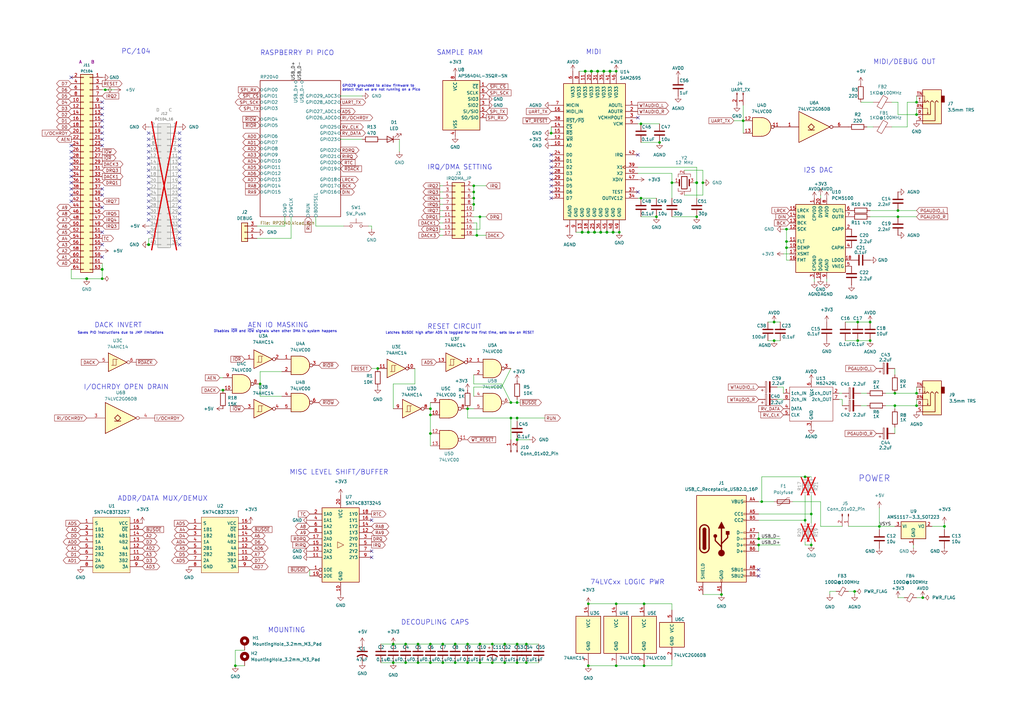
<source format=kicad_sch>
(kicad_sch (version 20231120) (generator "eeschema") (generator_version "8.0")
  (paper "A3")
  (title_block (title "PicoGUS v1.1"))
  (lib_symbols
    (symbol "74FST3257DR2G_1" (pin_names (offset 0.762))
      (property "Reference" "IC" (at 21.59 7.62 0))
      (property "Value" "74FST3257DR2G_1" (at 21.59 5.08 0))
      (symbol "74FST3257DR2G_1_0_0"
        (pin passive line (at 0 0 0) (length 5.08) (name "S") (number "1"))
        (pin passive line (at 25.4 -15.24 180) (length 5.08) (name "3B2") (number "10"))
        (pin passive line (at 25.4 -12.7 180) (length 5.08) (name "3B1") (number "11"))
        (pin passive line (at 25.4 -10.16 180) (length 5.08) (name "4A") (number "12"))
        (pin passive line (at 25.4 -7.62 180) (length 5.08) (name "4B2") (number "13"))
        (pin passive line (at 25.4 -5.08 180) (length 5.08) (name "4B1") (number "14"))
        (pin passive line (at 25.4 -2.54 180) (length 5.08) (name "~{OE}") (number "15"))
        (pin passive line (at 25.4 0 180) (length 5.08) (name "VCC") (number "16"))
        (pin passive line (at 0 -2.54 0) (length 5.08) (name "1B1") (number "2"))
        (pin passive line (at 0 -5.08 0) (length 5.08) (name "1B2") (number "3"))
        (pin passive line (at 0 -7.62 0) (length 5.08) (name "1A") (number "4"))
        (pin passive line (at 0 -10.16 0) (length 5.08) (name "2B1") (number "5"))
        (pin passive line (at 0 -12.7 0) (length 5.08) (name "2B2") (number "6"))
        (pin passive line (at 0 -15.24 0) (length 5.08) (name "2A") (number "7"))
        (pin passive line (at 0 -17.78 0) (length 5.08) (name "GND") (number "8"))
        (pin passive line (at 25.4 -17.78 180) (length 5.08) (name "3A") (number "9"))
      )
    )
    (symbol "74xGxx:74LVC2G06"
      (property "Reference" "U" (at 2.54 7.62 0))
      (property "Value" "74LVC2G06" (at 2.54 -7.62 0))
      (symbol "74LVC2G06_1_1"
        (pin input line (at -15.24 0 0) (length 7.62) (name "~") (number "1"))
        (pin open_collector inverted (at 12.7 0 180) (length 7.62) (name "~") (number "6"))
      )
      (symbol "74LVC2G06_2_1"
        (pin input line (at -15.24 0 0) (length 7.62) (name "~") (number "3"))
        (pin open_collector inverted (at 12.7 0 180) (length 7.62) (name "~") (number "4"))
      )
      (symbol "74LVC2G06_3_1"
        (pin power_in line (at 0 -10.16 90) (length 5.08) (name "GND") (number "2"))
        (pin power_in line (at 0 10.16 270) (length 5.08) (name "VCC") (number "5"))
      )
    )
    (symbol "74xGxx:74LVC2G07"
      (property "Reference" "U" (at 0 7.62 0))
      (property "Value" "74LVC2G07" (at 2.54 -7.62 0))
      (symbol "74LVC2G07_1_1"
        (pin input line (at -15.24 0 0) (length 7.62) (name "~") (number "1"))
        (pin open_collector line (at 12.7 0 180) (length 7.62) (name "~") (number "6"))
      )
      (symbol "74LVC2G07_2_1"
        (pin input line (at -15.24 0 0) (length 7.62) (name "~") (number "3"))
        (pin open_collector line (at 12.7 0 180) (length 7.62) (name "~") (number "4"))
      )
      (symbol "74LVC2G07_3_1"
        (pin power_in line (at 0 -10.16 90) (length 5.08) (name "GND") (number "2"))
        (pin power_in line (at 0 10.16 270) (length 5.08) (name "VCC") (number "5"))
      )
    )
    (symbol "74xx:74HC244"
      (property "Reference" "U" (at -7.62 16.51 0))
      (property "Value" "74HC244" (at -7.62 -16.51 0))
      (symbol "74HC244_1_0"
        (pin input inverted (at -12.7 -10.16 0) (length 5.08) (name "1OE") (number "1"))
        (pin power_in line (at 0 -20.32 90) (length 5.08) (name "GND") (number "10"))
        (pin input line (at -12.7 -5.08 0) (length 5.08) (name "2A3") (number "11"))
        (pin tri_state line (at 12.7 5.08 180) (length 5.08) (name "1Y3") (number "12"))
        (pin input line (at -12.7 -2.54 0) (length 5.08) (name "2A2") (number "13"))
        (pin tri_state line (at 12.7 7.62 180) (length 5.08) (name "1Y2") (number "14"))
        (pin input line (at -12.7 0 0) (length 5.08) (name "2A1") (number "15"))
        (pin tri_state line (at 12.7 10.16 180) (length 5.08) (name "1Y1") (number "16"))
        (pin input line (at -12.7 2.54 0) (length 5.08) (name "2A0") (number "17"))
        (pin tri_state line (at 12.7 12.7 180) (length 5.08) (name "1Y0") (number "18"))
        (pin input inverted (at -12.7 -12.7 0) (length 5.08) (name "2OE") (number "19"))
        (pin input line (at -12.7 12.7 0) (length 5.08) (name "1A0") (number "2"))
        (pin power_in line (at 0 20.32 270) (length 5.08) (name "VCC") (number "20"))
        (pin tri_state line (at 12.7 2.54 180) (length 5.08) (name "2Y0") (number "3"))
        (pin input line (at -12.7 10.16 0) (length 5.08) (name "1A1") (number "4"))
        (pin tri_state line (at 12.7 0 180) (length 5.08) (name "2Y1") (number "5"))
        (pin input line (at -12.7 7.62 0) (length 5.08) (name "1A2") (number "6"))
        (pin tri_state line (at 12.7 -2.54 180) (length 5.08) (name "2Y2") (number "7"))
        (pin input line (at -12.7 5.08 0) (length 5.08) (name "1A3") (number "8"))
        (pin tri_state line (at 12.7 -5.08 180) (length 5.08) (name "2Y3") (number "9"))
      )
    )
    (symbol "74xx:74LS00" (pin_names (offset 1.016))
      (property "Reference" "U" (at 0 1.27 0))
      (property "Value" "74LS00" (at 0 -1.27 0))
      (symbol "74LS00_1_1"
        (pin input line (at -7.62 2.54 0) (length 3.81) (name "~") (number "1"))
        (pin input line (at -7.62 -2.54 0) (length 3.81) (name "~") (number "2"))
        (pin output inverted (at 7.62 0 180) (length 3.81) (name "~") (number "3"))
      )
      (symbol "74LS00_1_2"
        (pin input inverted (at -7.62 2.54 0) (length 4.318) (name "~") (number "1"))
        (pin input inverted (at -7.62 -2.54 0) (length 4.318) (name "~") (number "2"))
        (pin output line (at 7.62 0 180) (length 3.81) (name "~") (number "3"))
      )
      (symbol "74LS00_2_1"
        (pin input line (at -7.62 2.54 0) (length 3.81) (name "~") (number "4"))
        (pin input line (at -7.62 -2.54 0) (length 3.81) (name "~") (number "5"))
        (pin output inverted (at 7.62 0 180) (length 3.81) (name "~") (number "6"))
      )
      (symbol "74LS00_2_2"
        (pin input inverted (at -7.62 2.54 0) (length 4.318) (name "~") (number "4"))
        (pin input inverted (at -7.62 -2.54 0) (length 4.318) (name "~") (number "5"))
        (pin output line (at 7.62 0 180) (length 3.81) (name "~") (number "6"))
      )
      (symbol "74LS00_3_1"
        (pin input line (at -7.62 -2.54 0) (length 3.81) (name "~") (number "10"))
        (pin output inverted (at 7.62 0 180) (length 3.81) (name "~") (number "8"))
        (pin input line (at -7.62 2.54 0) (length 3.81) (name "~") (number "9"))
      )
      (symbol "74LS00_3_2"
        (pin input inverted (at -7.62 -2.54 0) (length 4.318) (name "~") (number "10"))
        (pin output line (at 7.62 0 180) (length 3.81) (name "~") (number "8"))
        (pin input inverted (at -7.62 2.54 0) (length 4.318) (name "~") (number "9"))
      )
      (symbol "74LS00_4_1"
        (pin output inverted (at 7.62 0 180) (length 3.81) (name "~") (number "11"))
        (pin input line (at -7.62 2.54 0) (length 3.81) (name "~") (number "12"))
        (pin input line (at -7.62 -2.54 0) (length 3.81) (name "~") (number "13"))
      )
      (symbol "74LS00_4_2"
        (pin output line (at 7.62 0 180) (length 3.81) (name "~") (number "11"))
        (pin input inverted (at -7.62 2.54 0) (length 4.318) (name "~") (number "12"))
        (pin input inverted (at -7.62 -2.54 0) (length 4.318) (name "~") (number "13"))
      )
      (symbol "74LS00_5_0"
        (pin power_in line (at 0 12.7 270) (length 5.08) (name "VCC") (number "14"))
        (pin power_in line (at 0 -12.7 90) (length 5.08) (name "GND") (number "7"))
      )
    )
    (symbol "74xx:74LS14" (pin_names (offset 1.016))
      (property "Reference" "U" (at 0 1.27 0))
      (property "Value" "74LS14" (at 0 -1.27 0))
      (symbol "74LS14_1_0"
        (pin input line (at -7.62 0 0) (length 3.81) (name "~") (number "1"))
        (pin output inverted (at 7.62 0 180) (length 3.81) (name "~") (number "2"))
      )
      (symbol "74LS14_2_0"
        (pin input line (at -7.62 0 0) (length 3.81) (name "~") (number "3"))
        (pin output inverted (at 7.62 0 180) (length 3.81) (name "~") (number "4"))
      )
      (symbol "74LS14_3_0"
        (pin input line (at -7.62 0 0) (length 3.81) (name "~") (number "5"))
        (pin output inverted (at 7.62 0 180) (length 3.81) (name "~") (number "6"))
      )
      (symbol "74LS14_4_0"
        (pin output inverted (at 7.62 0 180) (length 3.81) (name "~") (number "8"))
        (pin input line (at -7.62 0 0) (length 3.81) (name "~") (number "9"))
      )
      (symbol "74LS14_5_0"
        (pin output inverted (at 7.62 0 180) (length 3.81) (name "~") (number "10"))
        (pin input line (at -7.62 0 0) (length 3.81) (name "~") (number "11"))
      )
      (symbol "74LS14_6_0"
        (pin output inverted (at 7.62 0 180) (length 3.81) (name "~") (number "12"))
        (pin input line (at -7.62 0 0) (length 3.81) (name "~") (number "13"))
      )
      (symbol "74LS14_7_0"
        (pin power_in line (at 0 12.7 270) (length 5.08) (name "VCC") (number "14"))
        (pin power_in line (at 0 -12.7 90) (length 5.08) (name "GND") (number "7"))
      )
    )
    (symbol "Audio:PCM5100"
      (property "Reference" "U" (at -10.16 13.97 0))
      (property "Value" "PCM5100" (at 3.81 13.97 0))
      (symbol "PCM5100_1_1"
        (pin passive line (at -2.54 15.24 270) (length 2.54) (name "CPVDD") (number "1"))
        (pin input line (at -12.7 -5.08 0) (length 2.54) (name "DEMP") (number "10"))
        (pin input line (at -12.7 -2.54 0) (length 2.54) (name "FLT") (number "11"))
        (pin input line (at -12.7 2.54 0) (length 2.54) (name "SCK") (number "12"))
        (pin input line (at -12.7 5.08 0) (length 2.54) (name "BCK") (number "13"))
        (pin input line (at -12.7 7.62 0) (length 2.54) (name "DIN") (number "14"))
        (pin input line (at -12.7 10.16 0) (length 2.54) (name "LRCK") (number "15"))
        (pin input line (at -12.7 -10.16 0) (length 2.54) (name "FMT") (number "16"))
        (pin input line (at -12.7 -7.62 0) (length 2.54) (name "XSMT") (number "17"))
        (pin passive line (at 12.7 -10.16 180) (length 2.54) (name "LDOO") (number "18"))
        (pin power_in line (at 0 -17.78 90) (length 2.54) (name "DGND") (number "19"))
        (pin passive line (at 12.7 2.54 180) (length 2.54) (name "CAPP") (number "2"))
        (pin power_in line (at 0 15.24 270) (length 2.54) (name "DVDD") (number "20"))
        (pin power_in line (at -2.54 -17.78 90) (length 2.54) (name "CPGND") (number "3"))
        (pin passive line (at 12.7 -5.08 180) (length 2.54) (name "CAPM") (number "4"))
        (pin passive line (at 12.7 -12.7 180) (length 2.54) (name "VNEG") (number "5"))
        (pin output line (at 12.7 10.16 180) (length 2.54) (name "OUTL") (number "6"))
        (pin output line (at 12.7 7.62 180) (length 2.54) (name "OUTR") (number "7"))
        (pin power_in line (at 2.54 15.24 270) (length 2.54) (name "AVDD") (number "8"))
        (pin power_in line (at 2.54 -17.78 90) (length 2.54) (name "AGND") (number "9"))
      )
    )
    (symbol "Connector:Conn_01x02_Pin" (pin_names (offset 1.016) hide)
      (property "Reference" "J" (at 0 2.54 0))
      (property "Value" "Conn_01x02_Pin" (at 0 -5.08 0))
      (symbol "Conn_01x02_Pin_1_1"
        (pin passive line (at 5.08 0 180) (length 3.81) (name "Pin_1") (number "1"))
        (pin passive line (at 5.08 -2.54 180) (length 3.81) (name "Pin_2") (number "2"))
      )
    )
    (symbol "Connector:USB_C_Receptacle_USB2.0_16P" (pin_names (offset 1.016))
      (property "Reference" "J" (at 0 22.225 0))
      (property "Value" "USB_C_Receptacle_USB2.0_16P" (at 0 19.685 0))
      (symbol "USB_C_Receptacle_USB2.0_16P_1_1"
        (pin passive line (at 0 -22.86 90) (length 5.08) (name "GND") (number "A1"))
        (pin passive line (at 0 -22.86 90) (length 5.08) hide (name "GND") (number "A12"))
        (pin passive line (at 15.24 15.24 180) (length 5.08) (name "VBUS") (number "A4"))
        (pin bidirectional line (at 15.24 10.16 180) (length 5.08) (name "CC1") (number "A5"))
        (pin bidirectional line (at 15.24 -2.54 180) (length 5.08) (name "D+") (number "A6"))
        (pin bidirectional line (at 15.24 2.54 180) (length 5.08) (name "D-") (number "A7"))
        (pin bidirectional line (at 15.24 -12.7 180) (length 5.08) (name "SBU1") (number "A8"))
        (pin passive line (at 15.24 15.24 180) (length 5.08) hide (name "VBUS") (number "A9"))
        (pin passive line (at 0 -22.86 90) (length 5.08) hide (name "GND") (number "B1"))
        (pin passive line (at 0 -22.86 90) (length 5.08) hide (name "GND") (number "B12"))
        (pin passive line (at 15.24 15.24 180) (length 5.08) hide (name "VBUS") (number "B4"))
        (pin bidirectional line (at 15.24 7.62 180) (length 5.08) (name "CC2") (number "B5"))
        (pin bidirectional line (at 15.24 -5.08 180) (length 5.08) (name "D+") (number "B6"))
        (pin bidirectional line (at 15.24 0 180) (length 5.08) (name "D-") (number "B7"))
        (pin bidirectional line (at 15.24 -15.24 180) (length 5.08) (name "SBU2") (number "B8"))
        (pin passive line (at 15.24 15.24 180) (length 5.08) hide (name "VBUS") (number "B9"))
        (pin passive line (at -7.62 -22.86 90) (length 5.08) (name "SHIELD") (number "S1"))
      )
    )
    (symbol "Connector_Audio:AudioJack3_SwitchTR"
      (property "Reference" "J" (at 0 8.89 0))
      (property "Value" "AudioJack3_SwitchTR" (at 0 6.35 0))
      (symbol "AudioJack3_SwitchTR_1_1"
        (pin passive line (at 5.08 0 180) (length 2.54) (name "~") (number "R"))
        (pin passive line (at 5.08 -2.54 180) (length 2.54) (name "~") (number "RN"))
        (pin passive line (at 5.08 2.54 180) (length 2.54) (name "~") (number "S"))
        (pin passive line (at 5.08 -5.08 180) (length 2.54) (name "~") (number "T"))
        (pin passive line (at 5.08 -7.62 180) (length 2.54) (name "~") (number "TN"))
      )
    )
    (symbol "Connector_Generic:Conn_01x03" (pin_names (offset 1.016) hide)
      (property "Reference" "J" (at 0 5.08 0))
      (property "Value" "Conn_01x03" (at 0 -5.08 0))
      (symbol "Conn_01x03_1_1"
        (pin passive line (at -5.08 2.54 0) (length 3.81) (name "Pin_1") (number "1"))
        (pin passive line (at -5.08 0 0) (length 3.81) (name "Pin_2") (number "2"))
        (pin passive line (at -5.08 -2.54 0) (length 3.81) (name "Pin_3") (number "3"))
      )
    )
    (symbol "Connector_Generic:Conn_02x09_Odd_Even" (pin_names (offset 1.016) hide)
      (property "Reference" "J" (at 1.27 12.7 0))
      (property "Value" "Conn_02x09_Odd_Even" (at 1.27 -12.7 0))
      (symbol "Conn_02x09_Odd_Even_1_1"
        (pin passive line (at -5.08 10.16 0) (length 3.81) (name "Pin_1") (number "1"))
        (pin passive line (at 7.62 0 180) (length 3.81) (name "Pin_10") (number "10"))
        (pin passive line (at -5.08 -2.54 0) (length 3.81) (name "Pin_11") (number "11"))
        (pin passive line (at 7.62 -2.54 180) (length 3.81) (name "Pin_12") (number "12"))
        (pin passive line (at -5.08 -5.08 0) (length 3.81) (name "Pin_13") (number "13"))
        (pin passive line (at 7.62 -5.08 180) (length 3.81) (name "Pin_14") (number "14"))
        (pin passive line (at -5.08 -7.62 0) (length 3.81) (name "Pin_15") (number "15"))
        (pin passive line (at 7.62 -7.62 180) (length 3.81) (name "Pin_16") (number "16"))
        (pin passive line (at -5.08 -10.16 0) (length 3.81) (name "Pin_17") (number "17"))
        (pin passive line (at 7.62 -10.16 180) (length 3.81) (name "Pin_18") (number "18"))
        (pin passive line (at 7.62 10.16 180) (length 3.81) (name "Pin_2") (number "2"))
        (pin passive line (at -5.08 7.62 0) (length 3.81) (name "Pin_3") (number "3"))
        (pin passive line (at 7.62 7.62 180) (length 3.81) (name "Pin_4") (number "4"))
        (pin passive line (at -5.08 5.08 0) (length 3.81) (name "Pin_5") (number "5"))
        (pin passive line (at 7.62 5.08 180) (length 3.81) (name "Pin_6") (number "6"))
        (pin passive line (at -5.08 2.54 0) (length 3.81) (name "Pin_7") (number "7"))
        (pin passive line (at 7.62 2.54 180) (length 3.81) (name "Pin_8") (number "8"))
        (pin passive line (at -5.08 0 0) (length 3.81) (name "Pin_9") (number "9"))
      )
    )
    (symbol "Connector_Generic:Conn_02x20_Odd_Even" (pin_names (offset 1.016) hide)
      (property "Reference" "J" (at 1.27 25.4 0))
      (property "Value" "Conn_02x20_Odd_Even" (at 1.27 -27.94 0))
      (symbol "Conn_02x20_Odd_Even_1_1"
        (pin passive line (at -5.08 22.86 0) (length 3.81) (name "Pin_1") (number "1"))
        (pin passive line (at 7.62 12.7 180) (length 3.81) (name "Pin_10") (number "10"))
        (pin passive line (at -5.08 10.16 0) (length 3.81) (name "Pin_11") (number "11"))
        (pin passive line (at 7.62 10.16 180) (length 3.81) (name "Pin_12") (number "12"))
        (pin passive line (at -5.08 7.62 0) (length 3.81) (name "Pin_13") (number "13"))
        (pin passive line (at 7.62 7.62 180) (length 3.81) (name "Pin_14") (number "14"))
        (pin passive line (at -5.08 5.08 0) (length 3.81) (name "Pin_15") (number "15"))
        (pin passive line (at 7.62 5.08 180) (length 3.81) (name "Pin_16") (number "16"))
        (pin passive line (at -5.08 2.54 0) (length 3.81) (name "Pin_17") (number "17"))
        (pin passive line (at 7.62 2.54 180) (length 3.81) (name "Pin_18") (number "18"))
        (pin passive line (at -5.08 0 0) (length 3.81) (name "Pin_19") (number "19"))
        (pin passive line (at 7.62 22.86 180) (length 3.81) (name "Pin_2") (number "2"))
        (pin passive line (at 7.62 0 180) (length 3.81) (name "Pin_20") (number "20"))
        (pin passive line (at -5.08 -2.54 0) (length 3.81) (name "Pin_21") (number "21"))
        (pin passive line (at 7.62 -2.54 180) (length 3.81) (name "Pin_22") (number "22"))
        (pin passive line (at -5.08 -5.08 0) (length 3.81) (name "Pin_23") (number "23"))
        (pin passive line (at 7.62 -5.08 180) (length 3.81) (name "Pin_24") (number "24"))
        (pin passive line (at -5.08 -7.62 0) (length 3.81) (name "Pin_25") (number "25"))
        (pin passive line (at 7.62 -7.62 180) (length 3.81) (name "Pin_26") (number "26"))
        (pin passive line (at -5.08 -10.16 0) (length 3.81) (name "Pin_27") (number "27"))
        (pin passive line (at 7.62 -10.16 180) (length 3.81) (name "Pin_28") (number "28"))
        (pin passive line (at -5.08 -12.7 0) (length 3.81) (name "Pin_29") (number "29"))
        (pin passive line (at -5.08 20.32 0) (length 3.81) (name "Pin_3") (number "3"))
        (pin passive line (at 7.62 -12.7 180) (length 3.81) (name "Pin_30") (number "30"))
        (pin passive line (at -5.08 -15.24 0) (length 3.81) (name "Pin_31") (number "31"))
        (pin passive line (at 7.62 -15.24 180) (length 3.81) (name "Pin_32") (number "32"))
        (pin passive line (at -5.08 -17.78 0) (length 3.81) (name "Pin_33") (number "33"))
        (pin passive line (at 7.62 -17.78 180) (length 3.81) (name "Pin_34") (number "34"))
        (pin passive line (at -5.08 -20.32 0) (length 3.81) (name "Pin_35") (number "35"))
        (pin passive line (at 7.62 -20.32 180) (length 3.81) (name "Pin_36") (number "36"))
        (pin passive line (at -5.08 -22.86 0) (length 3.81) (name "Pin_37") (number "37"))
        (pin passive line (at 7.62 -22.86 180) (length 3.81) (name "Pin_38") (number "38"))
        (pin passive line (at -5.08 -25.4 0) (length 3.81) (name "Pin_39") (number "39"))
        (pin passive line (at 7.62 20.32 180) (length 3.81) (name "Pin_4") (number "4"))
        (pin passive line (at 7.62 -25.4 180) (length 3.81) (name "Pin_40") (number "40"))
        (pin passive line (at -5.08 17.78 0) (length 3.81) (name "Pin_5") (number "5"))
        (pin passive line (at 7.62 17.78 180) (length 3.81) (name "Pin_6") (number "6"))
        (pin passive line (at -5.08 15.24 0) (length 3.81) (name "Pin_7") (number "7"))
        (pin passive line (at 7.62 15.24 180) (length 3.81) (name "Pin_8") (number "8"))
        (pin passive line (at -5.08 12.7 0) (length 3.81) (name "Pin_9") (number "9"))
      )
    )
    (symbol "Connector_Generic:Conn_02x32_Odd_Even" (pin_names (offset 1.016) hide)
      (property "Reference" "J" (at 1.27 40.64 0))
      (property "Value" "Conn_02x32_Odd_Even" (at 1.27 -43.18 0))
      (symbol "Conn_02x32_Odd_Even_1_1"
        (pin passive line (at -5.08 38.1 0) (length 3.81) (name "Pin_1") (number "1"))
        (pin passive line (at 7.62 27.94 180) (length 3.81) (name "Pin_10") (number "10"))
        (pin passive line (at -5.08 25.4 0) (length 3.81) (name "Pin_11") (number "11"))
        (pin passive line (at 7.62 25.4 180) (length 3.81) (name "Pin_12") (number "12"))
        (pin passive line (at -5.08 22.86 0) (length 3.81) (name "Pin_13") (number "13"))
        (pin passive line (at 7.62 22.86 180) (length 3.81) (name "Pin_14") (number "14"))
        (pin passive line (at -5.08 20.32 0) (length 3.81) (name "Pin_15") (number "15"))
        (pin passive line (at 7.62 20.32 180) (length 3.81) (name "Pin_16") (number "16"))
        (pin passive line (at -5.08 17.78 0) (length 3.81) (name "Pin_17") (number "17"))
        (pin passive line (at 7.62 17.78 180) (length 3.81) (name "Pin_18") (number "18"))
        (pin passive line (at -5.08 15.24 0) (length 3.81) (name "Pin_19") (number "19"))
        (pin passive line (at 7.62 38.1 180) (length 3.81) (name "Pin_2") (number "2"))
        (pin passive line (at 7.62 15.24 180) (length 3.81) (name "Pin_20") (number "20"))
        (pin passive line (at -5.08 12.7 0) (length 3.81) (name "Pin_21") (number "21"))
        (pin passive line (at 7.62 12.7 180) (length 3.81) (name "Pin_22") (number "22"))
        (pin passive line (at -5.08 10.16 0) (length 3.81) (name "Pin_23") (number "23"))
        (pin passive line (at 7.62 10.16 180) (length 3.81) (name "Pin_24") (number "24"))
        (pin passive line (at -5.08 7.62 0) (length 3.81) (name "Pin_25") (number "25"))
        (pin passive line (at 7.62 7.62 180) (length 3.81) (name "Pin_26") (number "26"))
        (pin passive line (at -5.08 5.08 0) (length 3.81) (name "Pin_27") (number "27"))
        (pin passive line (at 7.62 5.08 180) (length 3.81) (name "Pin_28") (number "28"))
        (pin passive line (at -5.08 2.54 0) (length 3.81) (name "Pin_29") (number "29"))
        (pin passive line (at -5.08 35.56 0) (length 3.81) (name "Pin_3") (number "3"))
        (pin passive line (at 7.62 2.54 180) (length 3.81) (name "Pin_30") (number "30"))
        (pin passive line (at -5.08 0 0) (length 3.81) (name "Pin_31") (number "31"))
        (pin passive line (at 7.62 0 180) (length 3.81) (name "Pin_32") (number "32"))
        (pin passive line (at -5.08 -2.54 0) (length 3.81) (name "Pin_33") (number "33"))
        (pin passive line (at 7.62 -2.54 180) (length 3.81) (name "Pin_34") (number "34"))
        (pin passive line (at -5.08 -5.08 0) (length 3.81) (name "Pin_35") (number "35"))
        (pin passive line (at 7.62 -5.08 180) (length 3.81) (name "Pin_36") (number "36"))
        (pin passive line (at -5.08 -7.62 0) (length 3.81) (name "Pin_37") (number "37"))
        (pin passive line (at 7.62 -7.62 180) (length 3.81) (name "Pin_38") (number "38"))
        (pin passive line (at -5.08 -10.16 0) (length 3.81) (name "Pin_39") (number "39"))
        (pin passive line (at 7.62 35.56 180) (length 3.81) (name "Pin_4") (number "4"))
        (pin passive line (at 7.62 -10.16 180) (length 3.81) (name "Pin_40") (number "40"))
        (pin passive line (at -5.08 -12.7 0) (length 3.81) (name "Pin_41") (number "41"))
        (pin passive line (at 7.62 -12.7 180) (length 3.81) (name "Pin_42") (number "42"))
        (pin passive line (at -5.08 -15.24 0) (length 3.81) (name "Pin_43") (number "43"))
        (pin passive line (at 7.62 -15.24 180) (length 3.81) (name "Pin_44") (number "44"))
        (pin passive line (at -5.08 -17.78 0) (length 3.81) (name "Pin_45") (number "45"))
        (pin passive line (at 7.62 -17.78 180) (length 3.81) (name "Pin_46") (number "46"))
        (pin passive line (at -5.08 -20.32 0) (length 3.81) (name "Pin_47") (number "47"))
        (pin passive line (at 7.62 -20.32 180) (length 3.81) (name "Pin_48") (number "48"))
        (pin passive line (at -5.08 -22.86 0) (length 3.81) (name "Pin_49") (number "49"))
        (pin passive line (at -5.08 33.02 0) (length 3.81) (name "Pin_5") (number "5"))
        (pin passive line (at 7.62 -22.86 180) (length 3.81) (name "Pin_50") (number "50"))
        (pin passive line (at -5.08 -25.4 0) (length 3.81) (name "Pin_51") (number "51"))
        (pin passive line (at 7.62 -25.4 180) (length 3.81) (name "Pin_52") (number "52"))
        (pin passive line (at -5.08 -27.94 0) (length 3.81) (name "Pin_53") (number "53"))
        (pin passive line (at 7.62 -27.94 180) (length 3.81) (name "Pin_54") (number "54"))
        (pin passive line (at -5.08 -30.48 0) (length 3.81) (name "Pin_55") (number "55"))
        (pin passive line (at 7.62 -30.48 180) (length 3.81) (name "Pin_56") (number "56"))
        (pin passive line (at -5.08 -33.02 0) (length 3.81) (name "Pin_57") (number "57"))
        (pin passive line (at 7.62 -33.02 180) (length 3.81) (name "Pin_58") (number "58"))
        (pin passive line (at -5.08 -35.56 0) (length 3.81) (name "Pin_59") (number "59"))
        (pin passive line (at 7.62 33.02 180) (length 3.81) (name "Pin_6") (number "6"))
        (pin passive line (at 7.62 -35.56 180) (length 3.81) (name "Pin_60") (number "60"))
        (pin passive line (at -5.08 -38.1 0) (length 3.81) (name "Pin_61") (number "61"))
        (pin passive line (at 7.62 -38.1 180) (length 3.81) (name "Pin_62") (number "62"))
        (pin passive line (at -5.08 -40.64 0) (length 3.81) (name "Pin_63") (number "63"))
        (pin passive line (at 7.62 -40.64 180) (length 3.81) (name "Pin_64") (number "64"))
        (pin passive line (at -5.08 30.48 0) (length 3.81) (name "Pin_7") (number "7"))
        (pin passive line (at 7.62 30.48 180) (length 3.81) (name "Pin_8") (number "8"))
        (pin passive line (at -5.08 27.94 0) (length 3.81) (name "Pin_9") (number "9"))
      )
    )
    (symbol "Device:C" (pin_numbers hide) (pin_names (offset 0.254))
      (property "Reference" "C" (at 0.635 2.54 0))
      (property "Value" "C" (at 0.635 -2.54 0))
      (symbol "C_1_1"
        (pin passive line (at 0 3.81 270) (length 2.794) (name "~") (number "1"))
        (pin passive line (at 0 -3.81 90) (length 2.794) (name "~") (number "2"))
      )
    )
    (symbol "Device:C_Polarized" (pin_numbers hide) (pin_names (offset 0.254))
      (property "Reference" "C" (at 0.635 2.54 0))
      (property "Value" "C_Polarized" (at 0.635 -2.54 0))
      (symbol "C_Polarized_1_1"
        (pin passive line (at 0 3.81 270) (length 2.794) (name "~") (number "1"))
        (pin passive line (at 0 -3.81 90) (length 2.794) (name "~") (number "2"))
      )
    )
    (symbol "Device:C_Polarized_US" (pin_numbers hide) (pin_names (offset 0.254) hide)
      (property "Reference" "C" (at 0.635 2.54 0))
      (property "Value" "C_Polarized_US" (at 0.635 -2.54 0))
      (symbol "C_Polarized_US_1_1"
        (pin passive line (at 0 3.81 270) (length 2.794) (name "~") (number "1"))
        (pin passive line (at 0 -3.81 90) (length 3.302) (name "~") (number "2"))
      )
    )
    (symbol "Device:Crystal_GND24" (pin_names (offset 1.016) hide)
      (property "Reference" "Y" (at 3.175 5.08 0))
      (property "Value" "Crystal_GND24" (at 3.175 3.175 0))
      (symbol "Crystal_GND24_1_1"
        (pin passive line (at -3.81 0 0) (length 1.27) (name "1") (number "1"))
        (pin passive line (at 0 5.08 270) (length 1.27) (name "2") (number "2"))
        (pin passive line (at 3.81 0 180) (length 1.27) (name "3") (number "3"))
        (pin passive line (at 0 -5.08 90) (length 1.27) (name "4") (number "4"))
      )
    )
    (symbol "Device:FerriteBead" (pin_numbers hide) (pin_names (offset 0))
      (property "Reference" "FB" (at -3.81 0.635 90))
      (property "Value" "FerriteBead" (at 3.81 0 90))
      (symbol "FerriteBead_1_1"
        (pin passive line (at 0 3.81 270) (length 2.54) (name "~") (number "1"))
        (pin passive line (at 0 -3.81 90) (length 2.54) (name "~") (number "2"))
      )
    )
    (symbol "Device:FerriteBead_Small" (pin_numbers hide) (pin_names (offset 0))
      (property "Reference" "FB" (at 1.905 1.27 0))
      (property "Value" "FerriteBead_Small" (at 1.905 -1.27 0))
      (symbol "FerriteBead_Small_1_1"
        (pin passive line (at 0 2.54 270) (length 1.27) (name "~") (number "1"))
        (pin passive line (at 0 -2.54 90) (length 1.27) (name "~") (number "2"))
      )
    )
    (symbol "Device:LED" (pin_numbers hide) (pin_names (offset 1.016) hide)
      (property "Reference" "D" (at 0 2.54 0))
      (property "Value" "LED" (at 0 -2.54 0))
      (symbol "LED_1_1"
        (pin passive line (at -3.81 0 0) (length 2.54) (name "K") (number "1"))
        (pin passive line (at 3.81 0 180) (length 2.54) (name "A") (number "2"))
      )
    )
    (symbol "Device:Polyfuse" (pin_numbers hide) (pin_names (offset 0))
      (property "Reference" "F" (at -2.54 0 90))
      (property "Value" "Polyfuse" (at 2.54 0 90))
      (symbol "Polyfuse_1_1"
        (pin passive line (at 0 3.81 270) (length 1.27) (name "~") (number "1"))
        (pin passive line (at 0 -3.81 90) (length 1.27) (name "~") (number "2"))
      )
    )
    (symbol "Device:R" (pin_numbers hide) (pin_names (offset 0))
      (property "Reference" "R" (at 2.032 0 90))
      (property "Value" "R" (at 0 0 90))
      (symbol "R_1_1"
        (pin passive line (at 0 3.81 270) (length 1.27) (name "~") (number "1"))
        (pin passive line (at 0 -3.81 90) (length 1.27) (name "~") (number "2"))
      )
    )
    (symbol "Mechanical:MountingHole_Pad" (pin_numbers hide) (pin_names (offset 1.016) hide)
      (property "Reference" "H" (at 0 6.35 0))
      (property "Value" "MountingHole_Pad" (at 0 4.445 0))
      (symbol "MountingHole_Pad_1_1"
        (pin input line (at 0 -2.54 90) (length 2.54) (name "1") (number "1"))
      )
    )
    (symbol "Memory_RAM:ESP-PSRAM32"
      (property "Reference" "U" (at 3.81 11.43 0))
      (property "Value" "ESP-PSRAM32" (at -1.27 -11.43 0))
      (symbol "ESP-PSRAM32_1_1"
        (pin input line (at 10.16 7.62 180) (length 2.54) (name "~{CE}") (number "1"))
        (pin output line (at 10.16 -5.08 180) (length 2.54) (name "SO/SIO") (number "2"))
        (pin bidirectional line (at 10.16 0 180) (length 2.54) (name "SIO2") (number "3"))
        (pin power_in line (at -2.54 -12.7 90) (length 2.54) (name "VSS") (number "4"))
        (pin input line (at 10.16 -2.54 180) (length 2.54) (name "SI/SIO") (number "5"))
        (pin output line (at 10.16 5.08 180) (length 2.54) (name "SCLK") (number "6"))
        (pin bidirectional line (at 10.16 2.54 180) (length 2.54) (name "SIO3") (number "7"))
        (pin power_in line (at -2.54 12.7 270) (length 2.54) (name "VCC") (number "8"))
      )
    )
    (symbol "PiGUS library:74FST3257DR2G" (pin_names (offset 0.762))
      (property "Reference" "IC" (at 21.59 7.62 0))
      (property "Value" "74FST3257DR2G" (at 21.59 5.08 0))
      (symbol "74FST3257DR2G_0_0"
        (pin passive line (at 0 0 0) (length 5.08) (name "S") (number "1"))
        (pin passive line (at 25.4 -15.24 180) (length 5.08) (name "3B2") (number "10"))
        (pin passive line (at 25.4 -12.7 180) (length 5.08) (name "3B1") (number "11"))
        (pin passive line (at 25.4 -10.16 180) (length 5.08) (name "4A") (number "12"))
        (pin passive line (at 25.4 -7.62 180) (length 5.08) (name "4B2") (number "13"))
        (pin passive line (at 25.4 -5.08 180) (length 5.08) (name "4B1") (number "14"))
        (pin passive line (at 25.4 -2.54 180) (length 5.08) (name "~{OE}") (number "15"))
        (pin passive line (at 25.4 0 180) (length 5.08) (name "VCC") (number "16"))
        (pin passive line (at 0 -2.54 0) (length 5.08) (name "1B1") (number "2"))
        (pin passive line (at 0 -5.08 0) (length 5.08) (name "1B2") (number "3"))
        (pin passive line (at 0 -7.62 0) (length 5.08) (name "1A") (number "4"))
        (pin passive line (at 0 -10.16 0) (length 5.08) (name "2B1") (number "5"))
        (pin passive line (at 0 -12.7 0) (length 5.08) (name "2B2") (number "6"))
        (pin passive line (at 0 -15.24 0) (length 5.08) (name "2A") (number "7"))
        (pin passive line (at 0 -17.78 0) (length 5.08) (name "GND") (number "8"))
        (pin passive line (at 25.4 -17.78 180) (length 5.08) (name "3A") (number "9"))
      )
    )
    (symbol "PiGUS library:M62429"
      (property "Reference" "U" (at 0 0 0))
      (symbol "M62429_1_1"
        (pin input line (at -11.43 2.54 0) (length 2.54) (name "1ch_IN") (number "1"))
        (pin output line (at 11.43 2.54 180) (length 2.54) (name "1ch_OUT") (number "2"))
        (pin power_in line (at 0 -11.43 90) (length 2.54) (name "GND") (number "3"))
        (pin input line (at -11.43 -3.81 0) (length 2.54) (name "DATA") (number "4"))
        (pin input line (at -11.43 -6.35 0) (length 2.54) (name "CLK") (number "5"))
        (pin power_in line (at 0 7.62 270) (length 2.54) (name "Vcc") (number "6"))
        (pin output line (at 11.43 0 180) (length 2.54) (name "2ch_OUT") (number "7"))
        (pin input line (at -11.43 0 0) (length 2.54) (name "2ch_IN") (number "8"))
      )
    )
    (symbol "Regulator_Linear:NCP1117-3.3_SOT223"
      (property "Reference" "U" (at -3.81 3.175 0))
      (property "Value" "NCP1117-3.3_SOT223" (at 0 3.175 0))
      (symbol "NCP1117-3.3_SOT223_1_1"
        (pin power_in line (at 0 -7.62 90) (length 2.54) (name "GND") (number "1"))
        (pin power_out line (at 7.62 0 180) (length 2.54) (name "VO") (number "2"))
        (pin power_in line (at -7.62 0 0) (length 2.54) (name "VI") (number "3"))
      )
    )
    (symbol "Switch:SW_Push" (pin_numbers hide) (pin_names (offset 1.016) hide)
      (property "Reference" "SW" (at 1.27 2.54 0))
      (property "Value" "SW_Push" (at 0 -1.524 0))
      (symbol "SW_Push_0_1"
        (pin passive line (at -5.08 0 0) (length 2.54) (name "1") (number "1"))
        (pin passive line (at 5.08 0 180) (length 2.54) (name "2") (number "2"))
      )
    )
    (symbol "my:SAM2695" (pin_names (offset 1.016))
      (property "Reference" "U" (at -13.97 29.21 0))
      (property "Value" "SAM2695" (at 12.7 29.21 0))
      (symbol "SAM2695_0_0"
        (pin output line (at 17.78 19.05 180) (length 5.08) (name "AOUTL") (number "1"))
        (pin input line (at -17.78 2.54 0) (length 5.08) (name "A0") (number "10"))
        (pin power_in line (at -3.81 33.02 270) (length 5.08) (name "VD33") (number "11"))
        (pin input line (at -17.78 5.08 0) (length 5.08) (name "~{WR}") (number "12"))
        (pin power_in line (at -5.08 -33.02 90) (length 5.08) (name "GND") (number "13"))
        (pin input line (at -17.78 10.16 0) (length 5.08) (name "~{CS}") (number "14"))
        (pin input line (at -17.78 7.62 0) (length 5.08) (name "~{RD}") (number "15"))
        (pin input line (at -17.78 16.51 0) (length 5.08) (name "MIDI_IN") (number "16"))
        (pin no_connect line (at 17.78 7.62 180) (length 5.08) hide (name "NC") (number "17"))
        (pin power_in line (at -2.54 -33.02 90) (length 5.08) (name "GND") (number "18"))
        (pin no_connect line (at 17.78 8.89 180) (length 5.08) hide (name "NC") (number "19"))
        (pin output line (at 17.78 16.51 180) (length 5.08) (name "AOUTR") (number "2"))
        (pin power_in line (at -1.27 33.02 270) (length 5.08) (name "VD33") (number "20"))
        (pin no_connect line (at 17.78 6.35 180) (length 5.08) hide (name "NC") (number "21"))
        (pin no_connect line (at 17.78 5.08 180) (length 5.08) hide (name "NC") (number "22"))
        (pin no_connect line (at 17.78 3.81 180) (length 5.08) hide (name "NC") (number "23"))
        (pin bidirectional line (at -17.78 -1.27 0) (length 5.08) (name "D0") (number "24"))
        (pin power_in line (at 0 -33.02 90) (length 5.08) (name "GND") (number "25"))
        (pin bidirectional line (at -17.78 -3.81 0) (length 5.08) (name "D1") (number "26"))
        (pin bidirectional line (at -17.78 -6.35 0) (length 5.08) (name "D2") (number "27"))
        (pin bidirectional line (at -17.78 -8.89 0) (length 5.08) (name "D3") (number "28"))
        (pin bidirectional line (at -17.78 -11.43 0) (length 5.08) (name "D4") (number "29"))
        (pin output line (at 17.78 13.97 180) (length 5.08) (name "VCMHPOUT") (number "3"))
        (pin bidirectional line (at -17.78 -13.97 0) (length 5.08) (name "D5") (number "30"))
        (pin power_in line (at 1.27 33.02 270) (length 5.08) (name "VD33") (number "31"))
        (pin bidirectional line (at -17.78 -16.51 0) (length 5.08) (name "D6") (number "32"))
        (pin bidirectional line (at -17.78 -19.05 0) (length 5.08) (name "D7") (number "33"))
        (pin power_out line (at 17.78 -19.05 180) (length 5.08) (name "OUTVC12") (number "34"))
        (pin power_in line (at 3.81 33.02 270) (length 5.08) (name "VD33") (number "35"))
        (pin power_in line (at 2.54 -33.02 90) (length 5.08) (name "GND") (number "36"))
        (pin input line (at 17.78 -16.51 180) (length 5.08) (name "TEST") (number "37"))
        (pin input line (at -17.78 12.7 0) (length 5.08) (name "~{RST}/~{PD}") (number "38"))
        (pin power_in line (at -10.16 -33.02 90) (length 5.08) (name "AGND") (number "4"))
        (pin input line (at 17.78 -8.89 180) (length 5.08) (name "X2") (number "40"))
        (pin power_in line (at 6.35 33.02 270) (length 5.08) (name "VD33") (number "41"))
        (pin output line (at 17.78 -1.27 180) (length 5.08) (name "IRQ") (number "42"))
        (pin no_connect line (at 17.78 2.54 180) (length 5.08) hide (name "NC") (number "43"))
        (pin no_connect line (at 17.78 1.27 180) (length 5.08) hide (name "NC") (number "44"))
        (pin power_in line (at 5.08 -33.02 90) (length 5.08) (name "GND") (number "45"))
        (pin power_in line (at 8.89 33.02 270) (length 5.08) (name "VD33") (number "46"))
        (pin input line (at 17.78 -11.43 180) (length 5.08) (name "XDIV") (number "47"))
        (pin power_in line (at 7.62 -33.02 90) (length 5.08) (name "GND") (number "48"))
        (pin output line (at 17.78 11.43 180) (length 5.08) (name "VCM") (number "5"))
        (pin power_in line (at -8.89 33.02 270) (length 5.08) (name "VA33") (number "6"))
        (pin input line (at -17.78 19.05 0) (length 5.08) (name "MICIN") (number "7"))
        (pin power_in line (at -6.35 33.02 270) (length 5.08) (name "VD33") (number "8"))
        (pin power_in line (at -7.62 -33.02 90) (length 5.08) (name "GND") (number "9"))
      )
      (symbol "SAM2695_1_0"
        (pin input clock (at 17.78 -6.35 180) (length 5.08) (name "X1") (number "39"))
      )
      (symbol "SAM2695_1_1"
        (pin power_in line (at 10.16 -33.02 90) (length 5.08) (name "GND") (number "49"))
      )
    )
    (symbol "power:+3.3V" (power) (pin_numbers hide) (pin_names (offset 0) hide)
      (property "Value" "+3.3V" (at 0 3.556 0))
      (symbol "+3.3V_1_1"
        (pin power_in line (at 0 0 90) (length 0) (name "~") (number "1"))
      )
    )
    (symbol "power:+3V3" (power) (pin_numbers hide) (pin_names (offset 0) hide)
      (property "Value" "+3V3" (at 0 3.556 0))
      (symbol "+3V3_1_1"
        (pin power_in line (at 0 0 90) (length 0) (name "~") (number "1"))
      )
    )
    (symbol "power:+5V" (power) (pin_numbers hide) (pin_names (offset 0) hide)
      (property "Value" "+5V" (at 0 3.556 0))
      (symbol "+5V_1_1"
        (pin power_in line (at 0 0 90) (length 0) (name "~") (number "1"))
      )
    )
    (symbol "power:GND" (power) (pin_numbers hide) (pin_names (offset 0) hide)
      (property "Value" "GND" (at 0 -3.81 0))
      (symbol "GND_1_1"
        (pin power_in line (at 0 0 270) (length 0) (name "~") (number "1"))
      )
    )
    (symbol "power:GNDA" (power) (pin_numbers hide) (pin_names (offset 0) hide)
      (property "Value" "GNDA" (at 0 -3.81 0))
      (symbol "GNDA_1_1"
        (pin power_in line (at 0 0 270) (length 0) (name "~") (number "1"))
      )
    )
    (symbol "power:PWR_FLAG" (power) (pin_numbers hide) (pin_names (offset 0) hide)
      (property "Value" "PWR_FLAG" (at 0 3.81 0))
      (symbol "PWR_FLAG_0_0"
        (pin power_out line (at 0 0 90) (length 0) (name "~") (number "1"))
      )
    )
    (symbol "power:VDDA" (power) (pin_numbers hide) (pin_names (offset 0) hide)
      (property "Value" "VDDA" (at 0 3.556 0))
      (symbol "VDDA_1_1"
        (pin power_in line (at 0 0 90) (length 0) (name "~") (number "1"))
      )
    )
  )
  (junction (at 212.09 165.1))
  (junction (at 176.53 177.8))
  (junction (at 196.85 88.9))
  (junction (at 322.58 93.98))
  (junction (at 350.52 242.57))
  (junction (at 375.92 166.37))
  (junction (at 311.15 223.52))
  (junction (at 41.91 110.49) (diameter 1.016))
  (junction (at 194.31 81.28))
  (junction (at 215.9 264.16))
  (junction (at 356.87 139.7))
  (junction (at 375.92 46.99))
  (junction (at 375.92 161.29))
  (junction (at 181.61 264.16))
  (junction (at 262.89 50.8))
  (junction (at 285.75 88.9))
  (junction (at 332.74 210.82))
  (junction (at 215.9 271.78))
  (junction (at 251.46 95.25) (diameter 1.016))
  (junction (at 351.79 139.7))
  (junction (at 241.3 247.65))
  (junction (at 378.46 245.11))
  (junction (at 186.69 264.16))
  (junction (at 226.06 54.61))
  (junction (at 196.85 264.16))
  (junction (at 250.19 29.21) (diameter 1.016))
  (junction (at 254 95.25))
  (junction (at 212.09 180.34))
  (junction (at 191.77 167.64))
  (junction (at 207.01 271.78))
  (junction (at 241.3 273.05))
  (junction (at 330.2 213.36))
  (junction (at 209.55 171.45))
  (junction (at 356.87 132.08))
  (junction (at 176.53 167.64))
  (junction (at 201.93 271.78))
  (junction (at 264.16 273.05))
  (junction (at 191.77 271.78))
  (junction (at 375.92 41.91))
  (junction (at 351.79 132.08))
  (junction (at 166.37 264.16))
  (junction (at 195.58 96.52))
  (junction (at 166.37 271.78))
  (junction (at 360.68 215.9))
  (junction (at 176.53 264.16))
  (junction (at 186.69 271.78))
  (junction (at 171.45 264.16))
  (junction (at 161.29 264.16))
  (junction (at 317.5 132.08))
  (junction (at 368.3 86.36))
  (junction (at 245.11 29.21) (diameter 1.016))
  (junction (at 43.18 36.83))
  (junction (at 264.16 247.65))
  (junction (at 330.2 195.58))
  (junction (at 269.24 88.9))
  (junction (at 207.01 264.16))
  (junction (at 312.42 205.74))
  (junction (at 60.96 100.33) (diameter 1.016))
  (junction (at 212.09 271.78))
  (junction (at 252.73 273.05))
  (junction (at 288.29 74.93))
  (junction (at 367.03 166.37))
  (junction (at 176.53 271.78))
  (junction (at 322.58 101.6))
  (junction (at 194.31 76.2))
  (junction (at 196.85 271.78))
  (junction (at 241.3 95.25) (diameter 1.016))
  (junction (at 304.8 49.53))
  (junction (at 212.09 264.16))
  (junction (at 194.31 78.74))
  (junction (at 41.91 114.3))
  (junction (at 252.73 29.21))
  (junction (at 243.84 95.25) (diameter 1.016))
  (junction (at 191.77 264.16))
  (junction (at 367.03 161.29))
  (junction (at 275.59 74.93))
  (junction (at 270.51 58.42))
  (junction (at 176.53 170.18))
  (junction (at 238.76 95.25) (diameter 1.016))
  (junction (at 96.52 273.05))
  (junction (at 332.74 223.52))
  (junction (at 317.5 139.7))
  (junction (at 181.61 271.78))
  (junction (at 194.31 83.82))
  (junction (at 387.35 215.9))
  (junction (at 91.44 160.02))
  (junction (at 368.3 88.9))
  (junction (at 106.68 157.48))
  (junction (at 171.45 271.78))
  (junction (at 285.75 74.93) (diameter 1.016))
  (junction (at 252.73 247.65))
  (junction (at 262.89 81.28))
  (junction (at 247.65 29.21) (diameter 1.016))
  (junction (at 212.09 171.45))
  (junction (at 311.15 220.98))
  (junction (at 201.93 264.16))
  (junction (at 295.91 243.84))
  (junction (at 246.38 95.25) (diameter 1.016))
  (junction (at 240.03 29.21) (diameter 1.016))
  (junction (at 35.56 114.3) (diameter 1.016))
  (junction (at 209.55 165.1))
  (junction (at 248.92 95.25) (diameter 1.016))
  (junction (at 154.94 151.13))
  (junction (at 242.57 29.21) (diameter 1.016))
  (junction (at 322.58 99.06))
  (junction (at 161.29 271.78))
  (no_connect (at 60.96 87.63))
  (no_connect (at 29.21 64.77))
  (no_connect (at 41.91 77.47))
  (no_connect (at 311.15 233.68))
  (no_connect (at 41.91 44.45))
  (no_connect (at 73.66 100.33))
  (no_connect (at 41.91 85.09))
  (no_connect (at 73.66 90.17))
  (no_connect (at 41.91 95.25))
  (no_connect (at 60.96 82.55))
  (no_connect (at 41.91 52.07))
  (no_connect (at 226.06 63.5))
  (no_connect (at 73.66 69.85))
  (no_connect (at 73.66 62.23))
  (no_connect (at 73.66 67.31))
  (no_connect (at 60.96 90.17))
  (no_connect (at 29.21 31.75))
  (no_connect (at 152.4 213.36))
  (no_connect (at 29.21 62.23))
  (no_connect (at 60.96 57.15))
  (no_connect (at 41.91 59.69))
  (no_connect (at 73.66 95.25))
  (no_connect (at 29.21 59.69))
  (no_connect (at 60.96 59.69))
  (no_connect (at 73.66 57.15))
  (no_connect (at 73.66 87.63))
  (no_connect (at 73.66 64.77))
  (no_connect (at 226.06 78.74))
  (no_connect (at 73.66 77.47))
  (no_connect (at 73.66 85.09))
  (no_connect (at 226.06 73.66))
  (no_connect (at 60.96 62.23))
  (no_connect (at 73.66 82.55))
  (no_connect (at 29.21 69.85))
  (no_connect (at 60.96 85.09))
  (no_connect (at 29.21 77.47))
  (no_connect (at 60.96 64.77))
  (no_connect (at 73.66 92.71))
  (no_connect (at 226.06 68.58))
  (no_connect (at 73.66 59.69))
  (no_connect (at 73.66 54.61))
  (no_connect (at 60.96 67.31))
  (no_connect (at 261.62 63.5))
  (no_connect (at 226.06 66.04))
  (no_connect (at 73.66 80.01))
  (no_connect (at 152.4 228.6))
  (no_connect (at 41.91 54.61))
  (no_connect (at 41.91 105.41))
  (no_connect (at 29.21 82.55))
  (no_connect (at 41.91 100.33))
  (no_connect (at 29.21 80.01))
  (no_connect (at 73.66 97.79))
  (no_connect (at 226.06 76.2))
  (no_connect (at 29.21 67.31))
  (no_connect (at 60.96 80.01))
  (no_connect (at 311.15 236.22))
  (no_connect (at 152.4 226.06))
  (no_connect (at 41.91 80.01))
  (no_connect (at 60.96 69.85))
  (no_connect (at 60.96 74.93))
  (no_connect (at 261.62 78.74))
  (no_connect (at 60.96 54.61))
  (no_connect (at 60.96 95.25))
  (no_connect (at 41.91 57.15))
  (no_connect (at 226.06 71.12))
  (no_connect (at 60.96 77.47))
  (no_connect (at 41.91 49.53))
  (no_connect (at 226.06 81.28))
  (no_connect (at 261.62 48.26))
  (no_connect (at 60.96 72.39))
  (no_connect (at 41.91 46.99))
  (no_connect (at 29.21 72.39))
  (no_connect (at 41.91 41.91))
  (no_connect (at 29.21 74.93))
  (no_connect (at 73.66 74.93))
  (no_connect (at 73.66 72.39))
  (wire (pts (xy 330.2 195.58) (xy 332.74 195.58)))
  (wire (pts (xy 176.53 167.64) (xy 176.53 170.18)))
  (wire (pts (xy 375.92 39.37) (xy 375.92 41.91)))
  (wire (pts (xy 241.3 247.65) (xy 252.73 247.65)))
  (wire (pts (xy 194.31 78.74) (xy 194.31 81.28)))
  (wire (pts (xy 322.58 93.98) (xy 323.85 93.98)))
  (wire (pts (xy 116.84 92.71) (xy 116.84 88.9)))
  (wire (pts (xy 180.34 91.44) (xy 181.61 91.44)))
  (wire (pts (xy 350.52 242.57) (xy 350.52 243.84)))
  (wire (pts (xy 275.59 74.93) (xy 276.86 74.93)))
  (wire (pts (xy 368.3 245.11) (xy 370.84 245.11)))
  (wire (pts (xy 353.06 41.91) (xy 358.14 41.91)))
  (wire (pts (xy 176.53 177.8) (xy 176.53 182.88)))
  (wire (pts (xy 194.31 76.2) (xy 194.31 78.74)))
  (wire (pts (xy 251.46 95.25) (xy 248.92 95.25)))
  (wire (pts (xy 321.31 104.14) (xy 323.85 104.14)))
  (wire (pts (xy 322.58 101.6) (xy 322.58 106.68)))
  (wire (pts (xy 180.34 78.74) (xy 181.61 78.74)))
  (wire (pts (xy 209.55 171.45) (xy 209.55 180.34)))
  (wire (pts (xy 212.09 171.45) (xy 223.52 171.45)))
  (wire (pts (xy 205.74 158.75) (xy 194.31 158.75)))
  (wire (pts (xy 209.55 171.45) (xy 212.09 171.45)))
  (wire (pts (xy 246.38 95.25) (xy 243.84 95.25)))
  (wire (pts (xy 252.73 29.21) (xy 250.19 29.21)))
  (wire (pts (xy 161.29 264.16) (xy 166.37 264.16)))
  (wire (pts (xy 180.34 96.52) (xy 181.61 96.52)))
  (wire (pts (xy 35.56 114.3) (xy 29.21 114.3)))
  (wire (pts (xy 387.35 217.17) (xy 387.35 215.9)))
  (wire (pts (xy 317.5 132.08) (xy 320.04 132.08)))
  (wire (pts (xy 360.68 208.28) (xy 360.68 215.9)))
  (wire (pts (xy 196.85 88.9) (xy 196.85 93.98)))
  (wire (pts (xy 194.31 158.75) (xy 194.31 162.56)))
  (wire (pts (xy 194.31 91.44) (xy 195.58 91.44)))
  (wire (pts (xy 340.36 242.57) (xy 340.36 243.84)))
  (wire (pts (xy 100.33 273.05) (xy 96.52 273.05)))
  (wire (pts (xy 367.03 166.37) (xy 375.92 166.37)))
  (wire (pts (xy 339.09 115.57) (xy 339.09 114.3)))
  (wire (pts (xy 368.3 46.99) (xy 375.92 46.99)))
  (wire (pts (xy 163.83 57.15) (xy 163.83 62.23)))
  (wire (pts (xy 345.44 161.29) (xy 344.17 161.29)))
  (wire (pts (xy 176.53 271.78) (xy 181.61 271.78)))
  (wire (pts (xy 275.59 71.12) (xy 275.59 74.93)))
  (wire (pts (xy 311.15 210.82) (xy 332.74 210.82)))
  (wire (pts (xy 346.71 132.08) (xy 351.79 132.08)))
  (wire (pts (xy 43.18 36.83) (xy 46.99 36.83)))
  (wire (pts (xy 387.35 215.9) (xy 387.35 214.63)))
  (wire (pts (xy 196.85 271.78) (xy 201.93 271.78)))
  (wire (pts (xy 288.29 74.93) (xy 288.29 80.01)))
  (wire (pts (xy 311.15 218.44) (xy 311.15 220.98)))
  (wire (pts (xy 215.9 264.16) (xy 220.98 264.16)))
  (wire (pts (xy 368.3 86.36) (xy 375.92 86.36)))
  (wire (pts (xy 314.96 132.08) (xy 317.5 132.08)))
  (wire (pts (xy 351.79 139.7) (xy 356.87 139.7)))
  (wire (pts (xy 180.34 93.98) (xy 181.61 93.98)))
  (wire (pts (xy 242.57 29.21) (xy 240.03 29.21)))
  (wire (pts (xy 375.92 158.75) (xy 375.92 161.29)))
  (wire (pts (xy 248.92 95.25) (xy 246.38 95.25)))
  (wire (pts (xy 129.54 88.9) (xy 129.54 92.71)))
  (wire (pts (xy 152.4 92.71) (xy 151.13 92.71)))
  (wire (pts (xy 264.16 247.65) (xy 275.59 247.65)))
  (wire (pts (xy 372.11 41.91) (xy 375.92 41.91)))
  (wire (pts (xy 180.34 76.2) (xy 181.61 76.2)))
  (wire (pts (xy 367.03 151.13) (xy 367.03 153.67)))
  (wire (pts (xy 96.52 266.7) (xy 96.52 273.05)))
  (wire (pts (xy 100.33 266.7) (xy 96.52 266.7)))
  (wire (pts (xy 336.55 215.9) (xy 345.44 215.9)))
  (wire (pts (xy 330.2 223.52) (xy 330.2 222.25)))
  (wire (pts (xy 367.03 166.37) (xy 367.03 167.64)))
  (wire (pts (xy 252.73 273.05) (xy 264.16 273.05)))
  (wire (pts (xy 191.77 264.16) (xy 196.85 264.16)))
  (wire (pts (xy 322.58 106.68) (xy 323.85 106.68)))
  (wire (pts (xy 330.2 203.2) (xy 330.2 213.36)))
  (wire (pts (xy 180.34 81.28) (xy 181.61 81.28)))
  (wire (pts (xy 360.68 217.17) (xy 360.68 215.9)))
  (wire (pts (xy 358.14 52.07) (xy 355.6 52.07)))
  (wire (pts (xy 318.77 163.83) (xy 321.31 163.83)))
  (wire (pts (xy 152.4 93.98) (xy 152.4 92.71)))
  (wire (pts (xy 170.18 151.13) (xy 170.18 157.48)))
  (wire (pts (xy 90.17 160.02) (xy 91.44 160.02)))
  (wire (pts (xy 353.06 166.37) (xy 355.6 166.37)))
  (wire (pts (xy 129.54 92.71) (xy 140.97 92.71)))
  (wire (pts (xy 226.06 52.07) (xy 226.06 54.61)))
  (wire (pts (xy 275.59 273.05) (xy 275.59 270.51)))
  (wire (pts (xy 186.69 271.78) (xy 191.77 271.78)))
  (wire (pts (xy 171.45 264.16) (xy 176.53 264.16)))
  (wire (pts (xy 161.29 157.48) (xy 161.29 167.64)))
  (wire (pts (xy 196.85 88.9) (xy 199.39 88.9)))
  (wire (pts (xy 252.73 247.65) (xy 264.16 247.65)))
  (wire (pts (xy 241.3 95.25) (xy 238.76 95.25)))
  (wire (pts (xy 105.41 97.79) (xy 119.38 97.79)))
  (wire (pts (xy 213.36 165.1) (xy 212.09 165.1)))
  (wire (pts (xy 41.91 114.3) (xy 35.56 114.3)))
  (wire (pts (xy 332.74 222.25) (xy 332.74 223.52)))
  (wire (pts (xy 119.38 97.79) (xy 119.38 88.9)))
  (wire (pts (xy 330.2 195.58) (xy 312.42 195.58)))
  (wire (pts (xy 368.3 41.91) (xy 368.3 46.99)))
  (wire (pts (xy 261.62 68.58) (xy 285.75 68.58)))
  (wire (pts (xy 262.89 81.28) (xy 269.24 81.28)))
  (wire (pts (xy 264.16 273.05) (xy 275.59 273.05)))
  (wire (pts (xy 161.29 271.78) (xy 166.37 271.78)))
  (wire (pts (xy 285.75 74.93) (xy 285.75 81.28)))
  (wire (pts (xy 334.01 115.57) (xy 334.01 114.3)))
  (wire (pts (xy 365.76 41.91) (xy 368.3 41.91)))
  (wire (pts (xy 345.44 166.37) (xy 345.44 163.83)))
  (wire (pts (xy 201.93 271.78) (xy 207.01 271.78)))
  (wire (pts (xy 312.42 195.58) (xy 312.42 205.74)))
  (wire (pts (xy 240.03 29.21) (xy 237.49 29.21)))
  (wire (pts (xy 304.8 49.53) (xy 304.8 54.61)))
  (wire (pts (xy 304.8 43.18) (xy 304.8 49.53)))
  (wire (pts (xy 372.11 52.07) (xy 372.11 41.91)))
  (wire (pts (xy 322.58 99.06) (xy 322.58 101.6)))
  (wire (pts (xy 375.92 163.83) (xy 375.92 166.37)))
  (wire (pts (xy 288.29 69.85) (xy 280.67 69.85)))
  (wire (pts (xy 181.61 271.78) (xy 186.69 271.78)))
  (wire (pts (xy 212.09 264.16) (xy 215.9 264.16)))
  (wire (pts (xy 207.01 264.16) (xy 212.09 264.16)))
  (wire (pts (xy 176.53 165.1) (xy 176.53 167.64)))
  (wire (pts (xy 166.37 271.78) (xy 171.45 271.78)))
  (wire (pts (xy 340.36 242.57) (xy 342.9 242.57)))
  (wire (pts (xy 127 233.68) (xy 127 236.22)))
  (wire (pts (xy 318.77 158.75) (xy 321.31 158.75)))
  (wire (pts (xy 367.03 215.9) (xy 360.68 215.9)))
  (wire (pts (xy 262.89 50.8) (xy 270.51 50.8)))
  (wire (pts (xy 280.67 80.01) (xy 288.29 80.01)))
  (wire (pts (xy 205.74 157.48) (xy 209.55 165.1)))
  (wire (pts (xy 170.18 157.48) (xy 161.29 157.48)))
  (wire (pts (xy 176.53 264.16) (xy 181.61 264.16)))
  (wire (pts (xy 275.59 74.93) (xy 275.59 81.28)))
  (wire (pts (xy 365.76 52.07) (xy 372.11 52.07)))
  (wire (pts (xy 262.89 88.9) (xy 269.24 88.9)))
  (wire (pts (xy 194.31 83.82) (xy 194.31 86.36)))
  (wire (pts (xy 325.12 205.74) (xy 336.55 205.74)))
  (wire (pts (xy 106.68 157.48) (xy 106.68 162.56)))
  (wire (pts (xy 139.7 57.15) (xy 148.59 57.15)))
  (wire (pts (xy 195.58 96.52) (xy 199.39 96.52)))
  (wire (pts (xy 194.31 76.2) (xy 199.39 76.2)))
  (wire (pts (xy 288.29 243.84) (xy 295.91 243.84)))
  (wire (pts (xy 363.22 161.29) (xy 367.03 161.29)))
  (wire (pts (xy 41.91 107.95) (xy 41.91 110.49)))
  (wire (pts (xy 336.55 80.01) (xy 336.55 81.28)))
  (wire (pts (xy 317.5 139.7) (xy 320.04 139.7)))
  (wire (pts (xy 345.44 163.83) (xy 344.17 163.83)))
  (wire (pts (xy 43.18 36.83) (xy 41.91 36.83)))
  (wire (pts (xy 314.96 139.7) (xy 317.5 139.7)))
  (wire (pts (xy 368.3 88.9) (xy 375.92 88.9)))
  (wire (pts (xy 247.65 29.21) (xy 245.11 29.21)))
  (wire (pts (xy 180.34 83.82) (xy 181.61 83.82)))
  (wire (pts (xy 191.77 171.45) (xy 191.77 167.64)))
  (wire (pts (xy 243.84 95.25) (xy 241.3 95.25)))
  (wire (pts (xy 311.15 205.74) (xy 312.42 205.74)))
  (wire (pts (xy 346.71 139.7) (xy 351.79 139.7)))
  (wire (pts (xy 215.9 271.78) (xy 220.98 271.78)))
  (wire (pts (xy 375.92 44.45) (xy 375.92 46.99)))
  (wire (pts (xy 106.68 162.56) (xy 115.57 162.56)))
  (wire (pts (xy 311.15 223.52) (xy 320.04 223.52)))
  (wire (pts (xy 363.22 166.37) (xy 367.03 166.37)))
  (wire (pts (xy 194.31 88.9) (xy 196.85 88.9)))
  (wire (pts (xy 330.2 213.36) (xy 330.2 214.63)))
  (wire (pts (xy 176.53 170.18) (xy 176.53 177.8)))
  (wire (pts (xy 194.31 81.28) (xy 194.31 83.82)))
  (wire (pts (xy 336.55 205.74) (xy 336.55 215.9)))
  (wire (pts (xy 311.15 220.98) (xy 320.04 220.98)))
  (wire (pts (xy 321.31 158.75) (xy 321.31 161.29)))
  (wire (pts (xy 356.87 88.9) (xy 368.3 88.9)))
  (wire (pts (xy 317.5 205.74) (xy 312.42 205.74)))
  (wire (pts (xy 332.74 203.2) (xy 332.74 210.82)))
  (wire (pts (xy 275.59 247.65) (xy 275.59 250.19)))
  (wire (pts (xy 238.76 95.25) (xy 236.22 95.25)))
  (wire (pts (xy 181.61 264.16) (xy 186.69 264.16)))
  (wire (pts (xy 254 95.25) (xy 251.46 95.25)))
  (wire (pts (xy 41.91 110.49) (xy 41.91 114.3)))
  (wire (pts (xy 245.11 29.21) (xy 242.57 29.21)))
  (wire (pts (xy 285.75 74.93) (xy 284.48 74.93)))
  (wire (pts (xy 194.31 96.52) (xy 195.58 96.52)))
  (wire (pts (xy 212.09 163.83) (xy 212.09 165.1)))
  (wire (pts (xy 355.6 161.29) (xy 353.06 161.29)))
  (wire (pts (xy 382.27 215.9) (xy 387.35 215.9)))
  (wire (pts (xy 139.7 39.37) (xy 148.59 39.37)))
  (wire (pts (xy 300.99 49.53) (xy 304.8 49.53)))
  (wire (pts (xy 156.21 264.16) (xy 161.29 264.16)))
  (wire (pts (xy 152.4 151.13) (xy 154.94 151.13)))
  (wire (pts (xy 115.57 152.4) (xy 106.68 152.4)))
  (wire (pts (xy 351.79 132.08) (xy 356.87 132.08)))
  (wire (pts (xy 321.31 93.98) (xy 322.58 93.98)))
  (wire (pts (xy 285.75 68.58) (xy 285.75 74.93)))
  (wire (pts (xy 347.98 215.9) (xy 360.68 215.9)))
  (wire (pts (xy 191.77 271.78) (xy 196.85 271.78)))
  (wire (pts (xy 156.21 271.78) (xy 161.29 271.78)))
  (wire (pts (xy 262.89 58.42) (xy 270.51 58.42)))
  (wire (pts (xy 171.45 271.78) (xy 176.53 271.78)))
  (wire (pts (xy 350.52 242.57) (xy 347.98 242.57)))
  (wire (pts (xy 275.59 88.9) (xy 285.75 88.9)))
  (wire (pts (xy 261.62 71.12) (xy 275.59 71.12)))
  (wire (pts (xy 356.87 86.36) (xy 368.3 86.36)))
  (wire (pts (xy 332.74 214.63) (xy 332.74 210.82)))
  (wire (pts (xy 250.19 29.21) (xy 247.65 29.21)))
  (wire (pts (xy 241.3 273.05) (xy 252.73 273.05)))
  (wire (pts (xy 322.58 93.98) (xy 322.58 99.06)))
  (wire (pts (xy 105.41 92.71) (xy 116.84 92.71)))
  (wire (pts (xy 60.96 97.79) (xy 60.96 100.33)))
  (wire (pts (xy 106.68 152.4) (xy 106.68 157.48)))
  (wire (pts (xy 209.55 151.13) (xy 205.74 158.75)))
  (wire (pts (xy 217.17 180.34) (xy 212.09 180.34)))
  (wire (pts (xy 212.09 271.78) (xy 215.9 271.78)))
  (wire (pts (xy 29.21 114.3) (xy 29.21 110.49)))
  (wire (pts (xy 207.01 271.78) (xy 212.09 271.78)))
  (wire (pts (xy 186.69 264.16) (xy 191.77 264.16)))
  (wire (pts (xy 261.62 81.28) (xy 262.89 81.28)))
  (wire (pts (xy 195.58 91.44) (xy 195.58 96.52)))
  (wire (pts (xy 212.09 171.45) (xy 212.09 172.72)))
  (wire (pts (xy 196.85 264.16) (xy 201.93 264.16)))
  (wire (pts (xy 180.34 86.36) (xy 181.61 86.36)))
  (wire (pts (xy 367.03 161.29) (xy 375.92 161.29)))
  (wire (pts (xy 374.65 223.52) (xy 374.65 224.79)))
  (wire (pts (xy 194.31 157.48) (xy 205.74 157.48)))
  (wire (pts (xy 191.77 171.45) (xy 209.55 171.45)))
  (wire (pts (xy 196.85 93.98) (xy 194.31 93.98)))
  (wire (pts (xy 311.15 223.52) (xy 311.15 226.06)))
  (wire (pts (xy 201.93 264.16) (xy 207.01 264.16)))
  (wire (pts (xy 261.62 50.8) (xy 262.89 50.8)))
  (wire (pts (xy 367.03 175.26) (xy 367.03 177.8)))
  (wire (pts (xy 180.34 88.9) (xy 181.61 88.9)))
  (wire (pts (xy 332.74 223.52) (xy 330.2 223.52)))
  (wire (pts (xy 166.37 264.16) (xy 171.45 264.16)))
  (wire (pts (xy 90.17 154.94) (xy 91.44 154.94)))
  (wire (pts (xy 322.58 99.06) (xy 323.85 99.06)))
  (wire (pts (xy 311.15 213.36) (xy 330.2 213.36)))
  (wire (pts (xy 322.58 101.6) (xy 323.85 101.6)))
  (wire (pts (xy 194.31 157.48) (xy 194.31 153.67)))
  (wire (pts (xy 191.77 167.64) (xy 194.31 167.64)))
  (wire (pts (xy 375.92 245.11) (xy 378.46 245.11)))
  (wire (pts (xy 288.29 69.85) (xy 288.29 74.93)))
  (wire (pts (xy 209.55 165.1) (xy 212.09 165.1)))
  (text "Saves PIO instructions due to JMP limitations" (at 31.75 137.16 0) (effects (font (size 1 1)) (justify left bottom)))
  (text "DECOUPLING CAPS" (at 164.465 256.54 0) (effects (font (size 2 2)) (justify left bottom)))
  (text "GPIO29 grounded to allow firmware to \ndetect that we are not running on a Pico" (at 140.335 37.465 0) (effects (font (size 1 1)) (justify left bottom)))
  (text "I2S DAC" (at 329.565 71.12 0) (effects (font (size 2 2)) (justify left bottom)))
  (text "Disables ~{IOR} and ~{IOW} signals when other DMA in system happens" (at 87.63 136.525 0) (effects (font (size 1 1)) (justify left bottom)))
  (text "Latches BUSOE high after ADS is toggled for the first time, sets low on RESET" (at 158.115 137.16 0) (effects (font (size 1 1)) (justify left bottom)))
  (text "MIDI/DEBUG OUT" (at 358.14 26.67 0) (effects (font (size 2 2)) (justify left bottom)))
  (text "MOUNTING" (at 109.855 259.715 0) (effects (font (size 2 2)) (justify left bottom)))
  (text "MISC LEVEL SHIFT/BUFFER" (at 118.745 194.945 0) (effects (font (size 2 2)) (justify left bottom)))
  (text "IRQ/DMA SETTING" (at 175.26 69.85 0) (effects (font (size 2 2)) (justify left bottom)))
  (text "POWER" (at 352.044 197.866 0) (effects (font (size 2.54 2.54)) (justify left bottom)))
  (text "DACK INVERT" (at 38.735 134.62 0) (effects (font (size 2 2)) (justify left bottom)))
  (text "ADDR/DATA MUX/DEMUX" (at 48.26 205.74 0) (effects (font (size 2 2)) (justify left bottom)))
  (text "SAMPLE RAM" (at 179.07 22.86 0) (effects (font (size 2 2)) (justify left bottom)))
  (text "PC/104" (at 49.784 22.352 0) (effects (font (size 2 2)) (justify left bottom)))
  (text "AEN IO MASKING" (at 101.6 134.62 0) (effects (font (size 2 2)) (justify left bottom)))
  (text "RASPBERRY PI PICO" (at 106.68 22.987 0) (effects (font (size 2 2)) (justify left bottom)))
  (text "MIDI" (at 240.284 22.606 0) (effects (font (size 2 2)) (justify left bottom)))
  (text "RESET CIRCUIT" (at 175.26 135.255 0) (effects (font (size 2 2)) (justify left bottom)))
  (text "I/OCHRDY OPEN DRAIN" (at 34.29 160.02 0) (effects (font (size 2 2)) (justify left bottom)))
  (text "74LVCxx LOGIC PWR" (at 242.062 240.03 0) (effects (font (size 2 2)) (justify left bottom)))
  (label "USB_D+" (at 121.285 33.02 90))
  (label "USB_D-" (at 123.825 33.02 90))
  (label "USB_D-" (at 320.04 220.98 180))
  (label "USB_D+" (at 320.04 223.52 180))
  (label "VSYS" (at 360.68 215.9 0))
  (global_label "~{BUSOE}" (shape input) (at 58.42 217.17 0) (property "Intersheetrefs" "${INTERSHEET_REFS}" (effects (hide yes))))
  (global_label "A9" (shape bidirectional) (at 29.21 85.09 180) (property "Intersheetrefs" "${INTERSHEET_REFS}" (effects (hide yes))))
  (global_label "D6" (shape bidirectional) (at 102.87 222.25 0) (property "Intersheetrefs" "${INTERSHEET_REFS}" (effects (hide yes))))
  (global_label "LRCK" (shape output) (at 139.7 73.66 0) (property "Intersheetrefs" "${INTERSHEET_REFS}" (effects (hide yes))))
  (global_label "IRQ" (shape input) (at 199.39 76.2 0) (property "Intersheetrefs" "${INTERSHEET_REFS}" (effects (hide yes))))
  (global_label "I{slash}OCHRDY" (shape input) (at 29.21 54.61 180) (property "Intersheetrefs" "${INTERSHEET_REFS}" (effects (hide yes))))
  (global_label "A0" (shape bidirectional) (at 29.21 107.95 180) (property "Intersheetrefs" "${INTERSHEET_REFS}" (effects (hide yes))))
  (global_label "AD6" (shape bidirectional) (at 102.87 224.79 0) (property "Intersheetrefs" "${INTERSHEET_REFS}" (effects (hide yes))))
  (global_label "A1" (shape bidirectional) (at 29.21 105.41 180) (property "Intersheetrefs" "${INTERSHEET_REFS}" (effects (hide yes))))
  (global_label "A3" (shape bidirectional) (at 58.42 227.33 0) (property "Intersheetrefs" "${INTERSHEET_REFS}" (effects (hide yes))))
  (global_label "D5" (shape bidirectional) (at 77.47 227.33 180) (property "Intersheetrefs" "${INTERSHEET_REFS}" (effects (hide yes))))
  (global_label "~{RIOR}" (shape input) (at 106.68 51.435 180) (property "Intersheetrefs" "${INTERSHEET_REFS}" (effects (hide yes))))
  (global_label "DACK" (shape input) (at 40.64 148.59 180) (property "Intersheetrefs" "${INTERSHEET_REFS}" (effects (hide yes))))
  (global_label "D7" (shape bidirectional) (at 102.87 229.87 0) (property "Intersheetrefs" "${INTERSHEET_REFS}" (effects (hide yes))))
  (global_label "RTC" (shape output) (at 152.4 210.82 0) (property "Intersheetrefs" "${INTERSHEET_REFS}" (effects (hide yes))))
  (global_label "IRQ3" (shape output) (at 180.34 78.74 180) (property "Intersheetrefs" "${INTERSHEET_REFS}" (effects (hide yes))))
  (global_label "D4" (shape bidirectional) (at 77.47 219.71 180) (property "Intersheetrefs" "${INTERSHEET_REFS}" (effects (hide yes))))
  (global_label "~{IOR}" (shape output) (at 41.91 64.77 0) (property "Intersheetrefs" "${INTERSHEET_REFS}" (effects (hide yes))))
  (global_label "~{RIOR}" (shape bidirectional) (at 130.81 149.86 0) (property "Intersheetrefs" "${INTERSHEET_REFS}" (effects (hide yes))))
  (global_label "RV_DATA" (shape input) (at 321.31 167.64 180) (property "Intersheetrefs" "${INTERSHEET_REFS}" (effects (hide yes))))
  (global_label "UART_TX" (shape output) (at 139.7 41.91 0) (property "Intersheetrefs" "${INTERSHEET_REFS}" (effects (hide yes))))
  (global_label "IRQ2" (shape input) (at 41.91 39.37 0) (property "Intersheetrefs" "${INTERSHEET_REFS}" (effects (hide yes))))
  (global_label "~{SPI_CS}" (shape input) (at 199.39 35.56 0) (property "Intersheetrefs" "${INTERSHEET_REFS}" (effects (hide yes))))
  (global_label "RDRQ" (shape input) (at 127 220.98 180) (property "Intersheetrefs" "${INTERSHEET_REFS}" (effects (hide yes))))
  (global_label "~{WT_RESET}" (shape input) (at 226.06 49.53 180) (property "Intersheetrefs" "${INTERSHEET_REFS}" (effects (hide yes))))
  (global_label "~{BUSOE}" (shape output) (at 213.36 165.1 0) (property "Intersheetrefs" "${INTERSHEET_REFS}" (effects (hide yes))))
  (global_label "AD4" (shape bidirectional) (at 77.47 222.25 180) (property "Intersheetrefs" "${INTERSHEET_REFS}" (effects (hide yes))))
  (global_label "DIN" (shape input) (at 323.85 88.9 180) (property "Intersheetrefs" "${INTERSHEET_REFS}" (effects (hide yes))))
  (global_label "UART_TX" (shape input) (at 226.06 45.72 180) (property "Intersheetrefs" "${INTERSHEET_REFS}" (effects (hide yes))))
  (global_label "D1" (shape bidirectional) (at 33.02 227.33 180) (property "Intersheetrefs" "${INTERSHEET_REFS}" (effects (hide yes))))
  (global_label "~{BUSOE}" (shape input) (at 127 233.68 180) (property "Intersheetrefs" "${INTERSHEET_REFS}" (effects (hide yes))))
  (global_label "WTAUDIO_L" (shape input) (at 311.15 158.75 180) (property "Intersheetrefs" "${INTERSHEET_REFS}" (effects (hide yes))))
  (global_label "I{slash}OCHRDY" (shape output) (at 63.5 171.45 0) (property "Intersheetrefs" "${INTERSHEET_REFS}" (effects (hide yes))))
  (global_label "AD1" (shape bidirectional) (at 106.68 58.42 180) (property "Intersheetrefs" "${INTERSHEET_REFS}" (effects (hide yes))))
  (global_label "TC" (shape input) (at 127 210.82 180) (property "Intersheetrefs" "${INTERSHEET_REFS}" (effects (hide yes))))
  (global_label "RI{slash}OCHRDY" (shape input) (at 35.56 171.45 180) (property "Intersheetrefs" "${INTERSHEET_REFS}" (effects (hide yes))))
  (global_label "D5" (shape bidirectional) (at 29.21 39.37 180) (property "Intersheetrefs" "${INTERSHEET_REFS}" (effects (hide yes))))
  (global_label "A8" (shape bidirectional) (at 29.21 87.63 180) (property "Intersheetrefs" "${INTERSHEET_REFS}" (effects (hide yes))))
  (global_label "AD2" (shape bidirectional) (at 58.42 224.79 0) (property "Intersheetrefs" "${INTERSHEET_REFS}" (effects (hide yes))))
  (global_label "SPI_SCK" (shape input) (at 199.39 38.1 0) (property "Intersheetrefs" "${INTERSHEET_REFS}" (effects (hide yes))))
  (global_label "DACK" (shape output) (at 199.39 96.52 0) (property "Intersheetrefs" "${INTERSHEET_REFS}" (effects (hide yes))))
  (global_label "IRQ5" (shape input) (at 41.91 87.63 0) (property "Intersheetrefs" "${INTERSHEET_REFS}" (effects (hide yes))))
  (global_label "BCK" (shape input) (at 323.85 91.44 180) (property "Intersheetrefs" "${INTERSHEET_REFS}" (effects (hide yes))))
  (global_label "RESET" (shape output) (at 41.91 34.29 0) (property "Intersheetrefs" "${INTERSHEET_REFS}" (effects (hide yes))))
  (global_label "DACK1" (shape input) (at 180.34 91.44 180) (property "Intersheetrefs" "${INTERSHEET_REFS}" (effects (hide yes))))
  (global_label "IRQ" (shape output) (at 152.4 223.52 0) (property "Intersheetrefs" "${INTERSHEET_REFS}" (effects (hide yes))))
  (global_label "A4" (shape bidirectional) (at 77.47 217.17 180) (property "Intersheetrefs" "${INTERSHEET_REFS}" (effects (hide yes))))
  (global_label "WTAUDIO_R" (shape input) (at 311.15 163.83 180) (property "Intersheetrefs" "${INTERSHEET_REFS}" (effects (hide yes))))
  (global_label "A6" (shape bidirectional) (at 29.21 92.71 180) (property "Intersheetrefs" "${INTERSHEET_REFS}" (effects (hide yes))))
  (global_label "~{SPI_CS}" (shape output) (at 106.68 39.37 180) (property "Intersheetrefs" "${INTERSHEET_REFS}" (effects (hide yes))))
  (global_label "~{IOW}" (shape input) (at 100.33 167.64 180) (property "Intersheetrefs" "${INTERSHEET_REFS}" (effects (hide yes))))
  (global_label "AD1" (shape bidirectional) (at 33.02 229.87 180) (property "Intersheetrefs" "${INTERSHEET_REFS}" (effects (hide yes))))
  (global_label "DRQ1" (shape output) (at 180.34 88.9 180) (property "Intersheetrefs" "${INTERSHEET_REFS}" (effects (hide yes))))
  (global_label "IRQ7" (shape output) (at 180.34 86.36 180) (property "Intersheetrefs" "${INTERSHEET_REFS}" (effects (hide yes))))
  (global_label "D3" (shape bidirectional) (at 58.42 229.87 0) (property "Intersheetrefs" "${INTERSHEET_REFS}" (effects (hide yes))))
  (global_label "DRQ3" (shape input) (at 41.91 69.85 0) (property "Intersheetrefs" "${INTERSHEET_REFS}" (effects (hide yes))))
  (global_label "A2" (shape bidirectional) (at 29.21 102.87 180) (property "Intersheetrefs" "${INTERSHEET_REFS}" (effects (hide yes))))
  (global_label "AD0" (shape bidirectional) (at 106.68 55.88 180) (property "Intersheetrefs" "${INTERSHEET_REFS}" (effects (hide yes))))
  (global_label "A4" (shape bidirectional) (at 29.21 97.79 180) (property "Intersheetrefs" "${INTERSHEET_REFS}" (effects (hide yes))))
  (global_label "UART_TX" (shape input) (at 300.99 49.53 180) (property "Intersheetrefs" "${INTERSHEET_REFS}" (effects (hide yes))))
  (global_label "D2" (shape bidirectional) (at 29.21 46.99 180) (property "Intersheetrefs" "${INTERSHEET_REFS}" (effects (hide yes))))
  (global_label "RA8" (shape bidirectional) (at 152.4 215.9 0) (property "Intersheetrefs" "${INTERSHEET_REFS}" (effects (hide yes))))
  (global_label "PGAUDIO_R" (shape input) (at 375.92 88.9 0) (property "Intersheetrefs" "${INTERSHEET_REFS}" (effects (hide yes))))
  (global_label "AEN" (shape input) (at 90.17 154.94 180) (property "Intersheetrefs" "${INTERSHEET_REFS}" (effects (hide yes))))
  (global_label "IRQ5" (shape output) (at 180.34 83.82 180) (property "Intersheetrefs" "${INTERSHEET_REFS}" (effects (hide yes))))
  (global_label "~{RDACK}" (shape output) (at 55.88 148.59 0) (property "Intersheetrefs" "${INTERSHEET_REFS}" (effects (hide yes))))
  (global_label "DIN" (shape output) (at 139.7 78.74 0) (property "Intersheetrefs" "${INTERSHEET_REFS}" (effects (hide yes))))
  (global_label "DACK3" (shape output) (at 41.91 67.31 0) (property "Intersheetrefs" "${INTERSHEET_REFS}" (effects (hide yes))))
  (global_label "IRQ7" (shape input) (at 41.91 82.55 0) (property "Intersheetrefs" "${INTERSHEET_REFS}" (effects (hide yes))))
  (global_label "AD3" (shape bidirectional) (at 58.42 232.41 0) (property "Intersheetrefs" "${INTERSHEET_REFS}" (effects (hide yes))))
  (global_label "A2" (shape bidirectional) (at 58.42 219.71 0) (property "Intersheetrefs" "${INTERSHEET_REFS}" (effects (hide yes))))
  (global_label "RI{slash}OCHRDY" (shape output) (at 139.7 48.26 0) (property "Intersheetrefs" "${INTERSHEET_REFS}" (effects (hide yes))))
  (global_label "IRQ4" (shape input) (at 41.91 90.17 0) (property "Intersheetrefs" "${INTERSHEET_REFS}" (effects (hide yes))))
  (global_label "DRQ1" (shape input) (at 41.91 74.93 0) (property "Intersheetrefs" "${INTERSHEET_REFS}" (effects (hide yes))))
  (global_label "ADS" (shape input) (at 33.02 214.63 180) (property "Intersheetrefs" "${INTERSHEET_REFS}" (effects (hide yes))))
  (global_label "D4" (shape bidirectional) (at 29.21 41.91 180) (property "Intersheetrefs" "${INTERSHEET_REFS}" (effects (hide yes))))
  (global_label "~{WT_RESET}" (shape input) (at 191.77 180.34 0) (property "Intersheetrefs" "${INTERSHEET_REFS}" (effects (hide yes))))
  (global_label "AD2" (shape bidirectional) (at 106.68 60.96 180) (property "Intersheetrefs" "${INTERSHEET_REFS}" (effects (hide yes))))
  (global_label "SPI_TX" (shape input) (at 199.39 45.72 0) (property "Intersheetrefs" "${INTERSHEET_REFS}" (effects (hide yes))))
  (global_label "D1" (shape bidirectional) (at 29.21 49.53 180) (property "Intersheetrefs" "${INTERSHEET_REFS}" (effects (hide yes))))
  (global_label "A0" (shape bidirectional) (at 33.02 217.17 180) (property "Intersheetrefs" "${INTERSHEET_REFS}" (effects (hide yes))))
  (global_label "AD6" (shape bidirectional) (at 106.68 71.12 180) (property "Intersheetrefs" "${INTERSHEET_REFS}" (effects (hide yes))))
  (global_label "AD4" (shape bidirectional) (at 106.68 66.04 180) (property "Intersheetrefs" "${INTERSHEET_REFS}" (effects (hide yes))))
  (global_label "~{RIOW}" (shape input) (at 106.68 48.895 180) (property "Intersheetrefs" "${INTERSHEET_REFS}" (effects (hide yes))))
  (global_label "ADS" (shape input) (at 179.07 148.59 180) (property "Intersheetrefs" "${INTERSHEET_REFS}" (effects (hide yes))))
  (global_label "RV_CLK" (shape output) (at 139.7 52.07 0) (property "Intersheetrefs" "${INTERSHEET_REFS}" (effects (hide yes))))
  (global_label "D2" (shape bidirectional) (at 58.42 222.25 0) (property "Intersheetrefs" "${INTERSHEET_REFS}" (effects (hide yes))))
  (global_label "AD0" (shape bidirectional) (at 33.02 222.25 180) (property "Intersheetrefs" "${INTERSHEET_REFS}" (effects (hide yes))))
  (global_label "D0" (shape bidirectional) (at 29.21 52.07 180) (property "Intersheetrefs" "${INTERSHEET_REFS}" (effects (hide yes))))
  (global_label "LRCK" (shape input) (at 323.85 86.36 180) (property "Intersheetrefs" "${INTERSHEET_REFS}" (effects (hide yes))))
  (global_label "WTAUDIO_L" (shape output) (at 261.62 43.18 0) (property "Intersheetrefs" "${INTERSHEET_REFS}" (effects (hide yes))))
  (global_label "DACK1" (shape output) (at 41.91 72.39 0) (property "Intersheetrefs" "${INTERSHEET_REFS}" (effects (hide yes))))
  (global_label "RA8" (shape input) (at 106.68 76.2 180) (property "Intersheetrefs" "${INTERSHEET_REFS}" (effects (hide yes))))
  (global_label "SPI_RX" (shape input) (at 106.68 36.83 180) (property "Intersheetrefs" "${INTERSHEET_REFS}" (effects (hide yes))))
  (global_label "RA9" (shape bidirectional) (at 152.4 218.44 0) (property "Intersheetrefs" "${INTERSHEET_REFS}" (effects (hide yes))))
  (global_label "RESET" (shape input) (at 152.4 151.13 180) (property "Intersheetrefs" "${INTERSHEET_REFS}" (effects (hide yes))))
  (global_label "SPI_SCK" (shape output) (at 106.68 41.91 180) (property "Intersheetrefs" "${INTERSHEET_REFS}" (effects (hide yes))))
  (global_label "RIRQ" (shape output) (at 139.7 64.135 0) (property "Intersheetrefs" "${INTERSHEET_REFS}" (effects (hide yes))))
  (global_label "PGAUDIO_L" (shape input) (at 359.41 151.13 180) (property "Intersheetrefs" "${INTERSHEET_REFS}" (effects (hide yes))))
  (global_label "A7" (shape bidirectional) (at 29.21 90.17 180) (property "Intersheetrefs" "${INTERSHEET_REFS}" (effects (hide yes))))
  (global_label "SPI_RX" (shape output) (at 199.39 48.26 0) (property "Intersheetrefs" "${INTERSHEET_REFS}" (effects (hide yes))))
  (global_label "D7" (shape bidirectional) (at 29.21 34.29 180) (property "Intersheetrefs" "${INTERSHEET_REFS}" (effects (hide yes))))
  (global_label "AEN" (shape output) (at 29.21 57.15 180) (property "Intersheetrefs" "${INTERSHEET_REFS}" (effects (hide yes))))
  (global_label "A5" (shape bidirectional) (at 77.47 224.79 180) (property "Intersheetrefs" "${INTERSHEET_REFS}" (effects (hide yes))))
  (global_label "RDRQ" (shape output) (at 139.7 61.595 0) (property "Intersheetrefs" "${INTERSHEET_REFS}" (effects (hide yes))))
  (global_label "D3" (shape bidirectional) (at 29.21 44.45 180) (property "Intersheetrefs" "${INTERSHEET_REFS}" (effects (hide yes))))
  (global_label "AD3" (shape bidirectional) (at 106.68 63.5 180) (property "Intersheetrefs" "${INTERSHEET_REFS}" (effects (hide yes))))
  (global_label "RV_DATA" (shape output) (at 139.7 54.61 0) (property "Intersheetrefs" "${INTERSHEET_REFS}" (effects (hide yes))))
  (global_label "RIRQ" (shape input) (at 127 223.52 180) (property "Intersheetrefs" "${INTERSHEET_REFS}" (effects (hide yes))))
  (global_label "AD7" (shape bidirectional) (at 106.68 73.66 180) (property "Intersheetrefs" "${INTERSHEET_REFS}" (effects (hide yes))))
  (global_label "DRQ" (shape output) (at 152.4 220.98 0) (property "Intersheetrefs" "${INTERSHEET_REFS}" (effects (hide yes))))
  (global_label "A9" (shape bidirectional) (at 127 218.44 180) (property "Intersheetrefs" "${INTERSHEET_REFS}" (effects (hide yes))))
  (global_label "ADS" (shape input) (at 77.47 214.63 180) (property "Intersheetrefs" "${INTERSHEET_REFS}" (effects (hide yes))))
  (global_label "TC" (shape output) (at 41.91 97.79 0) (property "Intersheetrefs" "${INTERSHEET_REFS}" (effects (hide yes))))
  (global_label "A1" (shape bidirectional) (at 33.02 224.79 180) (property "Intersheetrefs" "${INTERSHEET_REFS}" (effects (hide yes))))
  (global_label "PGAUDIO_R" (shape input) (at 359.41 177.8 180) (property "Intersheetrefs" "${INTERSHEET_REFS}" (effects (hide yes))))
  (global_label "A5" (shape bidirectional) (at 29.21 95.25 180) (property "Intersheetrefs" "${INTERSHEET_REFS}" (effects (hide yes))))
  (global_label "DACK3" (shape input) (at 180.34 96.52 180) (property "Intersheetrefs" "${INTERSHEET_REFS}" (effects (hide yes))))
  (global_label "A7" (shape bidirectional) (at 102.87 227.33 0) (property "Intersheetrefs" "${INTERSHEET_REFS}" (effects (hide yes))))
  (global_label "RV_CLK" (shape input) (at 321.31 170.18 180) (property "Intersheetrefs" "${INTERSHEET_REFS}" (effects (hide yes))))
  (global_label "~{IOR}" (shape input) (at 100.33 147.32 180) (property "Intersheetrefs" "${INTERSHEET_REFS}" (effects (hide yes))))
  (global_label "~{BUSOE}" (shape input) (at 102.87 217.17 0) (property "Intersheetrefs" "${INTERSHEET_REFS}" (effects (hide yes))))
  (global_label "~{IOW}" (shape output) (at 41.91 62.23 0) (property "Intersheetrefs" "${INTERSHEET_REFS}" (effects (hide yes))))
  (global_label "PGAUDIO_L" (shape input) (at 375.92 86.36 0) (property "Intersheetrefs" "${INTERSHEET_REFS}" (effects (hide yes))))
  (global_label "BCK" (shape output) (at 139.7 76.2 0) (property "Intersheetrefs" "${INTERSHEET_REFS}" (effects (hide yes))))
  (global_label "ADS" (shape output) (at 139.7 45.72 0) (property "Intersheetrefs" "${INTERSHEET_REFS}" (effects (hide yes))))
  (global_label "IRQ4" (shape output) (at 180.34 81.28 180) (property "Intersheetrefs" "${INTERSHEET_REFS}" (effects (hide yes))))
  (global_label "~{RDACK}" (shape input) (at 139.7 69.215 0) (property "Intersheetrefs" "${INTERSHEET_REFS}" (effects (hide yes))))
  (global_label "RUN" (shape output) (at 223.52 171.45 0) (property "Intersheetrefs" "${INTERSHEET_REFS}" (effects (hide yes))))
  (global_label "RTC" (shape input) (at 139.7 66.675 0) (property "Intersheetrefs" "${INTERSHEET_REFS}" (effects (hide yes))))
  (global_label "DRQ" (shape input) (at 199.39 88.9 0) (property "Intersheetrefs" "${INTERSHEET_REFS}" (effects (hide yes))))
  (global_label "D0" (shape bidirectional) (at 33.02 219.71 180) (property "Intersheetrefs" "${INTERSHEET_REFS}" (effects (hide yes))))
  (global_label "RUN" (shape input) (at 126.365 88.9 270) (property "Intersheetrefs" "${INTERSHEET_REFS}" (effects (hide yes))))
  (global_label "AD5" (shape bidirectional) (at 77.47 229.87 180) (property "Intersheetrefs" "${INTERSHEET_REFS}" (effects (hide yes))))
  (global_label "IRQ2" (shape output) (at 180.34 76.2 180) (property "Intersheetrefs" "${INTERSHEET_REFS}" (effects (hide yes))))
  (global_label "A3" (shape bidirectional) (at 29.21 100.33 180) (property "Intersheetrefs" "${INTERSHEET_REFS}" (effects (hide yes))))
  (global_label "DRQ3" (shape output) (at 180.34 93.98 180) (property "Intersheetrefs" "${INTERSHEET_REFS}" (effects (hide yes))))
  (global_label "A6" (shape bidirectional) (at 102.87 219.71 0) (property "Intersheetrefs" "${INTERSHEET_REFS}" (effects (hide yes))))
  (global_label "AD5" (shape bidirectional) (at 106.68 68.58 180) (property "Intersheetrefs" "${INTERSHEET_REFS}" (effects (hide yes))))
  (global_label "D6" (shape bidirectional) (at 29.21 36.83 180) (property "Intersheetrefs" "${INTERSHEET_REFS}" (effects (hide yes))))
  (global_label "AD7" (shape bidirectional) (at 102.87 232.41 0) (property "Intersheetrefs" "${INTERSHEET_REFS}" (effects (hide yes))))
  (global_label "WTAUDIO_R" (shape output) (at 261.62 45.72 0) (property "Intersheetrefs" "${INTERSHEET_REFS}" (effects (hide yes))))
  (global_label "~{RIOW}" (shape bidirectional) (at 130.81 165.1 0) (property "Intersheetrefs" "${INTERSHEET_REFS}" (effects (hide yes))))
  (global_label "IRQ3" (shape input) (at 41.91 92.71 0) (property "Intersheetrefs" "${INTERSHEET_REFS}" (effects (hide yes))))
  (global_label "DACK" (shape input) (at 90.17 160.02 180) (property "Intersheetrefs" "${INTERSHEET_REFS}" (effects (hide yes))))
  (global_label "A8" (shape bidirectional) (at 127 215.9 180) (property "Intersheetrefs" "${INTERSHEET_REFS}" (effects (hide yes))))
  (global_label "RA9" (shape input) (at 106.68 78.74 180) (property "Intersheetrefs" "${INTERSHEET_REFS}" (effects (hide yes))))
  (global_label "SPI_TX" (shape output) (at 106.68 44.45 180) (property "Intersheetrefs" "${INTERSHEET_REFS}" (effects (hide yes))))
  (symbol (lib_id "power:+3.3V") (at 58.42 214.63 0) (unit 1)
    (property "Reference" "#PWR012" (effects (hide yes)))
    (property "Value" "+3V3" (at 58.42 208.915 0))
    (property "Description" "Power symbol creates a global label with name \"+3.3V\"" (effects (hide yes)))
  )
  (symbol (lib_id "74xx:74LS00") (at 201.93 165.1 0) (unit 2)
    (property "Reference" "U5" (at 201.93 156.21 0))
    (property "Value" "74LVC00" (at 201.93 158.75 0))
    (property "Footprint" "Package_SO:TSSOP-14_4.4x5mm_P0.65mm" (effects (hide yes)))
    (property "Datasheet" "http://www.ti.com/lit/gpn/sn74lvc00a" (effects (hide yes)))
  )
  (symbol (lib_id "74xx:74LS14") (at 162.56 151.13 0) (unit 5)
    (property "Reference" "U3" (at 162.56 142.24 0))
    (property "Value" "74AHC14" (at 162.56 144.78 0))
    (property "Footprint" "Package_SO:TSSOP-14_4.4x5mm_P0.65mm" (effects (hide yes)))
    (property "Datasheet" "https://www.ti.com/lit/gpn/sn74lvc14a" (effects (hide yes)))
  )
  (symbol (lib_id "power:GNDA") (at 356.87 139.7 0) (unit 1)
    (property "Reference" "#PWR056" (effects (hide yes)))
    (property "Value" "AGND" (at 356.87 144.272 0))
    (property "Description" "Power symbol creates a global label with name \"GNDA\" , analog ground" (effects (hide yes)))
  )
  (symbol (lib_id "power:+5V") (at 353.06 34.29 0) (unit 1)
    (property "Reference" "#PWR035" (effects (hide yes)))
    (property "Value" "+5V" (at 353.06 29.21 0))
    (property "Description" "Power symbol creates a global label with name \"+5V\"" (effects (hide yes)))
  )
  (symbol (lib_id "Device:R") (at 367.03 157.48 180) (unit 1)
    (property "Reference" "R9" (at 370.332 156.464 0))
    (property "Value" "1K" (at 370.332 158.369 0))
    (property "Footprint" "Resistor_SMD:R_0603_1608Metric_Pad0.98x0.95mm_HandSolder" (effects (hide yes)))
  )
  (symbol (lib_id "power:GND") (at 285.75 88.9 0) (mirror y) (unit 1)
    (property "Reference" "#PWR0100" (effects (hide yes)))
    (property "Value" "GND" (at 285.75 93.2244 0))
    (property "Description" "Power symbol creates a global label with name \"GND\" , ground" (effects (hide yes)))
  )
  (symbol (lib_id "power:GND") (at 77.47 232.41 0) (unit 1)
    (property "Reference" "#PWR013" (effects (hide yes)))
    (property "Value" "GND" (at 77.47 236.855 0))
    (property "Description" "Power symbol creates a global label with name \"GND\" , ground" (effects (hide yes)))
  )
  (symbol (lib_id "Connector_Audio:AudioJack3_SwitchTR") (at 381 46.99 180) (unit 1)
    (property "Reference" "J7" (at 388.62 42.5449 0) (effects (justify right)))
    (property "Value" "3.5mm TRS" (at 388.62 45.0849 0) (effects (justify right)))
    (property "Footprint" "my:PJ-307" (effects (hide yes)))
    (property "Description" "Audio Jack, 3 Poles (Stereo / TRS), Switched TR Poles (Normalling)" (effects (hide yes)))
  )
  (symbol (lib_id "power:GND") (at 127 226.06 270) (unit 1)
    (property "Reference" "#PWR019" (effects (hide yes)))
    (property "Value" "GND" (at 121.92 226.06 90))
    (property "Description" "Power symbol creates a global label with name \"GND\" , ground" (effects (hide yes)))
  )
  (symbol (lib_id "power:GNDA") (at 334.01 115.57 0) (unit 1)
    (property "Reference" "#PWR064" (effects (hide yes)))
    (property "Value" "AGND" (at 334.01 120.65 0))
    (property "Description" "Power symbol creates a global label with name \"GNDA\" , analog ground" (effects (hide yes)))
  )
  (symbol (lib_id "74xx:74LS00") (at 184.15 167.64 0) (unit 3)
    (property "Reference" "U5" (at 182.88 159.385 0))
    (property "Value" "74LVC00" (at 182.88 161.925 0))
    (property "Footprint" "Package_SO:TSSOP-14_4.4x5mm_P0.65mm" (effects (hide yes)))
    (property "Datasheet" "http://www.ti.com/lit/gpn/sn74lvc00a" (effects (hide yes)))
  )
  (symbol (lib_id "Device:R") (at 212.09 160.02 0) (unit 1)
    (property "Reference" "R5" (at 214.63 158.7499 0) (effects (justify left)))
    (property "Value" "10K" (at 214.63 161.2899 0) (effects (justify left)))
    (property "Footprint" "Resistor_SMD:R_0603_1608Metric_Pad0.98x0.95mm_HandSolder" (effects (hide yes)))
  )
  (symbol (lib_id "Device:C") (at 285.75 85.09 180) (unit 1)
    (property "Reference" "C51" (at 288.036 82.55 0))
    (property "Value" "30p" (at 288.29 87.63 0))
    (property "Footprint" "Capacitor_SMD:C_0603_1608Metric_Pad1.08x0.95mm_HandSolder" (effects (hide yes)))
  )
  (symbol (lib_id "74xx:74LS00") (at 123.19 149.86 0) (unit 1)
    (property "Reference" "U4" (at 123.1817 140.97 0))
    (property "Value" "74LVC00" (at 123.1817 143.51 0))
    (property "Footprint" "Package_SO:TSSOP-14_4.4x5mm_P0.65mm" (effects (hide yes)))
    (property "Datasheet" "http://www.ti.com/lit/gpn/sn74vc00" (effects (hide yes)))
  )
  (symbol (lib_id "Device:C") (at 351.79 135.89 180) (unit 1)
    (property "Reference" "C17" (at 351.79 130.556 0))
    (property "Value" "0.1uF" (at 352.044 141.224 0))
    (property "Footprint" "Capacitor_SMD:C_0603_1608Metric_Pad1.08x0.95mm_HandSolder" (effects (hide yes)))
    (property "Description" "Unpolarized capacitor" (effects (hide yes)))
  )
  (symbol (lib_id "power:GND") (at 148.59 271.78 0) (unit 1)
    (property "Reference" "#PWR05" (effects (hide yes)))
    (property "Value" "GND" (at 148.59 276.225 0))
    (property "Description" "Power symbol creates a global label with name \"GND\" , ground" (effects (hide yes)))
  )
  (symbol (lib_id "power:+3V3") (at 226.06 57.15 90) (unit 1)
    (property "Reference" "#PWR034" (effects (hide yes)))
    (property "Value" "+3V3" (at 219.456 57.15 90))
    (property "Description" "Power symbol creates a global label with name \"+3V3\"" (effects (hide yes)))
  )
  (symbol (lib_id "power:+3.3V") (at 368.3 245.11 0) (unit 1)
    (property "Reference" "#PWR022" (effects (hide yes)))
    (property "Value" "+3V3" (at 368.3 241.3 0))
    (property "Description" "Power symbol creates a global label with name \"+3.3V\"" (effects (hide yes)))
  )
  (symbol (lib_id "my:SAM2695") (at 243.84 62.23 0) (unit 1)
    (property "Reference" "U14" (at 256.286 29.464 0))
    (property "Value" "SAM2695" (at 258.572 32.004 0))
    (property "Footprint" "my:QFN-48-1EP_6x6mm_P0.4mm_EP4.2x4.2mm" (effects (hide yes)))
  )
  (symbol (lib_id "power:GND") (at 105.41 95.25 90) (unit 1)
    (property "Reference" "#PWR014" (effects (hide yes)))
    (property "Value" "GND" (at 109.4857 95.25 90) (effects (justify right)))
    (property "Description" "Power symbol creates a global label with name \"GND\" , ground" (effects (hide yes)))
  )
  (symbol (lib_id "power:GND") (at 33.02 232.41 0) (unit 1)
    (property "Reference" "#PWR08" (effects (hide yes)))
    (property "Value" "GND" (at 33.02 236.855 0))
    (property "Description" "Power symbol creates a global label with name \"GND\" , ground" (effects (hide yes)))
  )
  (symbol (lib_id "Device:C") (at 196.85 267.97 0) (unit 1)
    (property "Reference" "C10" (at 195.58 265.43 0) (effects (justify left)))
    (property "Value" "1uF" (at 194.945 270.51 0) (effects (justify left)))
    (property "Footprint" "Capacitor_SMD:C_0603_1608Metric_Pad1.08x0.95mm_HandSolder" (effects (hide yes)))
  )
  (symbol (lib_id "power:+3.3V") (at 212.09 156.21 0) (unit 1)
    (property "Reference" "#PWR041" (effects (hide yes)))
    (property "Value" "+3V3" (at 212.725 152.4 0))
    (property "Description" "Power symbol creates a global label with name \"+3.3V\"" (effects (hide yes)))
  )
  (symbol (lib_id "Device:C") (at 356.87 135.89 0) (unit 1)
    (property "Reference" "C18" (at 359.41 134.62 0) (effects (justify left)))
    (property "Value" "10uF" (at 359.41 136.906 0) (effects (justify left)))
    (property "Footprint" "Capacitor_SMD:C_0805_2012Metric" (effects (hide yes)))
    (property "Description" "Unpolarized capacitor" (effects (hide yes)))
  )
  (symbol (lib_id "power:GNDA") (at 368.3 96.52 90) (unit 1)
    (property "Reference" "#PWR058" (effects (hide yes)))
    (property "Value" "AGND" (at 372.11 96.5199 90) (effects (justify right)))
    (property "Description" "Power symbol creates a global label with name \"GNDA\" , analog ground" (effects (hide yes)))
  )
  (symbol (lib_id "Device:R") (at 332.74 218.44 180) (unit 1) (dnp yes)
    (property "Reference" "R19" (at 334.772 218.44 90))
    (property "Value" "5.1k" (at 332.74 218.44 90))
    (property "Footprint" "Resistor_SMD:R_0603_1608Metric_Pad0.98x0.95mm_HandSolder" (effects (hide yes)))
    (property "Description" "Resistor" (effects (hide yes)))
    (property "ValueSilk" "${VALUE}" (effects (hide yes)))
  )
  (symbol (lib_id "power:GND") (at 199.39 40.64 90) (unit 1)
    (property "Reference" "#PWR029" (effects (hide yes)))
    (property "Value" "GND" (at 206.375 40.64 90) (effects (justify left)))
    (property "Description" "Power symbol creates a global label with name \"GND\" , ground" (effects (hide yes)))
  )
  (symbol (lib_id "Device:C") (at 186.69 267.97 0) (unit 1)
    (property "Reference" "C8" (at 185.42 265.43 0) (effects (justify left)))
    (property "Value" "0.1uF" (at 184.15 270.51 0) (effects (justify left)))
    (property "Footprint" "Capacitor_SMD:C_0603_1608Metric_Pad1.08x0.95mm_HandSolder" (effects (hide yes)))
  )
  (symbol (lib_id "Device:C") (at 270.51 54.61 180) (unit 1)
    (property "Reference" "C47" (at 273.05 52.07 0))
    (property "Value" "10u" (at 273.05 57.15 0))
    (property "Footprint" "Capacitor_SMD:C_0805_2012Metric_Pad1.18x1.45mm_HandSolder" (effects (hide yes)))
  )
  (symbol (lib_id "power:GNDA") (at 317.5 139.7 0) (unit 1)
    (property "Reference" "#PWR083" (effects (hide yes)))
    (property "Value" "AGND" (at 313.69 141.605 0))
    (property "Description" "Power symbol creates a global label with name \"GNDA\" , analog ground" (effects (hide yes)))
  )
  (symbol (lib_id "Connector_Generic:Conn_02x20_Odd_Even") (at 68.58 74.93 0) (mirror y) (unit 1) (in_bom no) (dnp yes)
    (property "Reference" "J12" (at 67.31 46.5582 0) (effects (font (size 1 1))))
    (property "Value" "PC104_16" (at 67.31 48.8696 0) (effects (font (size 1 1))))
    (property "Footprint" "Connector_PinHeader_2.54mm:PinHeader_2x20_P2.54mm_Vertical" (effects (hide yes)))
    (property "Field4" "D    C" (at 67.31 45.085 0))
  )
  (symbol (lib_id "74xx:74HC244") (at 139.7 223.52 0) (unit 1)
    (property "Reference" "U7" (at 141.6559 203.835 0) (effects (justify left)))
    (property "Value" "SN74CB3T3245" (at 141.6559 206.375 0) (effects (justify left)))
    (property "Footprint" "Package_SO:TSSOP-20_4.4x6.5mm_P0.65mm" (effects (hide yes)))
    (property "Datasheet" "https://assets.nexperia.com/documents/data-sheet/74LVC_LVCH244A.pdf" (effects (hide yes)))
  )
  (symbol (lib_id "Device:C_Polarized") (at 314.96 158.75 90) (unit 1)
    (property "Reference" "C39" (at 318.516 155.194 90))
    (property "Value" "2.2uF" (at 319.278 157.226 90))
    (property "Footprint" "Capacitor_SMD:CP_Elec_4x5.4" (effects (hide yes)))
    (property "Description" "Polarized capacitor" (effects (hide yes)))
  )
  (symbol (lib_id "Device:C") (at 212.09 176.53 0) (unit 1)
    (property "Reference" "C45" (at 212.725 173.99 0) (effects (justify left)))
    (property "Value" "0.1uF" (at 212.09 179.07 0) (effects (justify left)))
    (property "Footprint" "Capacitor_SMD:C_0603_1608Metric_Pad1.08x0.95mm_HandSolder" (effects (hide yes)))
  )
  (symbol (lib_id "Device:C") (at 161.29 267.97 0) (unit 1)
    (property "Reference" "C3" (at 160.02 265.43 0) (effects (justify left)))
    (property "Value" "0.1uF" (at 158.75 270.51 0) (effects (justify left)))
    (property "Footprint" "Capacitor_SMD:C_0603_1608Metric_Pad1.08x0.95mm_HandSolder" (effects (hide yes)))
  )
  (symbol (lib_id "power:GND") (at 217.17 180.34 90) (unit 1)
    (property "Reference" "#PWR085" (effects (hide yes)))
    (property "Value" "GND" (at 220.98 180.34 90) (effects (justify right)))
    (property "Description" "Power symbol creates a global label with name \"GND\" , ground" (effects (hide yes)))
  )
  (symbol (lib_id "power:+5V") (at 60.96 92.71 90) (unit 1)
    (property "Reference" "#PWR096" (effects (hide yes)))
    (property "Value" "+5V" (at 55.26 92.71 90))
    (property "Description" "Power symbol creates a global label with name \"+5V\"" (effects (hide yes)))
  )
  (symbol (lib_id "Device:C_Polarized") (at 363.22 151.13 90) (unit 1)
    (property "Reference" "C43" (at 363.22 145.542 90))
    (property "Value" "2.2uF" (at 363.22 147.574 90))
    (property "Footprint" "Capacitor_SMD:CP_Elec_4x5.4" (effects (hide yes)))
    (property "Description" "Polarized capacitor" (effects (hide yes)))
  )
  (symbol (lib_id "74xx:74LS00") (at 184.15 180.34 0) (unit 4)
    (property "Reference" "U5" (at 184.15 186.055 0))
    (property "Value" "74LVC00" (at 184.15 188.595 0))
    (property "Footprint" "Package_SO:TSSOP-14_4.4x5mm_P0.65mm" (effects (hide yes)))
    (property "Datasheet" "http://www.ti.com/lit/gpn/sn74lvc00a" (effects (hide yes)))
  )
  (symbol (lib_id "Device:C") (at 166.37 267.97 0) (unit 1)
    (property "Reference" "C4" (at 165.1 265.43 0) (effects (justify left)))
    (property "Value" "0.1uF" (at 163.83 270.51 0) (effects (justify left)))
    (property "Footprint" "Capacitor_SMD:C_0603_1608Metric_Pad1.08x0.95mm_HandSolder" (effects (hide yes)))
  )
  (symbol (lib_id "Device:C") (at 314.96 135.89 0) (unit 1)
    (property "Reference" "C38" (at 310.388 133.604 0) (effects (justify left)))
    (property "Value" "100uF" (at 308.356 138.176 0) (effects (justify left)))
    (property "Footprint" "Capacitor_SMD:C_1206_3216Metric" (effects (hide yes)))
  )
  (symbol (lib_id "power:GND") (at 360.68 224.79 0) (unit 1)
    (property "Reference" "#PWR040" (effects (hide yes)))
    (property "Value" "GND" (at 356.87 226.06 0))
    (property "Description" "Power symbol creates a global label with name \"GND\" , ground" (effects (hide yes)))
  )
  (symbol (lib_id "74xx:74LS00") (at 264.16 260.35 0) (unit 5)
    (property "Reference" "U5" (at 265.43 251.46 0) (effects (justify left)))
    (property "Value" "74LVC00" (at 264.795 269.875 0) (effects (justify left)))
    (property "Footprint" "Package_SO:TSSOP-14_4.4x5mm_P0.65mm" (effects (hide yes)))
    (property "Datasheet" "http://www.ti.com/lit/gpn/sn74vc00" (effects (hide yes)))
  )
  (symbol (lib_id "power:GND") (at 356.87 106.68 90) (unit 1)
    (property "Reference" "#PWR061" (effects (hide yes)))
    (property "Value" "GND" (at 360.045 106.68 90) (effects (justify right)))
    (property "Description" "Power symbol creates a global label with name \"GND\" , ground" (effects (hide yes)))
  )
  (symbol (lib_id "power:GND") (at 254 95.25 0) (mirror y) (unit 1)
    (property "Reference" "#PWR092" (effects (hide yes)))
    (property "Value" "GND" (at 254 99.5744 0))
    (property "Description" "Power symbol creates a global label with name \"GND\" , ground" (effects (hide yes)))
  )
  (symbol (lib_id "Connector:Conn_01x02_Pin") (at 347.98 210.82 270) (unit 1) (in_bom no)
    (property "Reference" "J5" (at 345.44 206.502 90) (effects (justify left)))
    (property "Value" "Conn_01x02_Pin" (at 339.09 208.788 90) (effects (justify left)))
    (property "Footprint" "Connector_PinHeader_2.54mm:PinHeader_1x02_P2.54mm_Vertical" (effects (hide yes)))
  )
  (symbol (lib_id "power:GND") (at 60.96 52.07 270) (unit 1)
    (property "Reference" "#PWR093" (effects (hide yes)))
    (property "Value" "GND" (at 55.118 52.07 90))
    (property "Description" "Power symbol creates a global label with name \"GND\" , ground" (effects (hide yes)))
  )
  (symbol (lib_id "power:GND") (at 302.26 43.18 0) (unit 1)
    (property "Reference" "#PWR032" (effects (hide yes)))
    (property "Value" "GND" (at 302.26 47.625 0))
    (property "Description" "Power symbol creates a global label with name \"GND\" , ground" (effects (hide yes)))
  )
  (symbol (lib_id "power:PWR_FLAG") (at 378.46 245.11 270) (unit 1)
    (property "Reference" "#FLG04" (effects (hide yes)))
    (property "Value" "PWR_FLAG" (at 382.27 245.11 90) (effects (justify left)))
    (property "Description" "Special symbol for telling ERC where power comes from" (effects (hide yes)))
  )
  (symbol (lib_id "Device:C") (at 275.59 85.09 180) (unit 1)
    (property "Reference" "C50" (at 277.876 82.55 0))
    (property "Value" "30p" (at 278.13 87.63 0))
    (property "Footprint" "Capacitor_SMD:C_0603_1608Metric_Pad1.08x0.95mm_HandSolder" (effects (hide yes)))
  )
  (symbol (lib_id "Device:R") (at 332.74 199.39 180) (unit 1) (dnp yes)
    (property "Reference" "R21" (at 334.772 199.39 90))
    (property "Value" "5.1k" (at 332.74 199.39 90))
    (property "Footprint" "Resistor_SMD:R_0603_1608Metric_Pad0.98x0.95mm_HandSolder" (effects (hide yes)))
    (property "Description" "Resistor" (effects (hide yes)))
    (property "ValueSilk" "${VALUE}" (effects (hide yes)))
  )
  (symbol (lib_id "power:GNDA") (at 233.68 95.25 0) (unit 1)
    (property "Reference" "#PWR0101" (effects (hide yes)))
    (property "Value" "AGND" (at 233.68 100.33 0))
    (property "Description" "Power symbol creates a global label with name \"GNDA\" , analog ground" (effects (hide yes)))
  )
  (symbol (lib_id "PiGUS library:74FST3257DR2G") (at 77.47 214.63 0) (unit 1)
    (property "Reference" "U2" (at 90.297 207.518 0))
    (property "Value" "SN74CB3T3257" (at 90.297 210.058 0))
    (property "Footprint" "Package_SO:TSSOP-16_4.4x5mm_P0.65mm" (effects (hide yes)))
    (property "Datasheet" "https://componentsearchengine.com/Datasheets/2/74FST3257DR2G.pdf" (effects (hide yes)))
    (property "Description" "74FST3257DR2G, LOG QUAD 2:1 MULTIPLEXER ON Semiconductor 74FST3257DR2G, Multiplexer Switch IC Quad 2:1 Demultiplexer, 4  5.5 V, 16-Pin SOIC" (effects (hide yes)))
    (property "Height" "1.75" (effects (hide yes)))
    (property "Manufacturer_Name" "onsemi" (effects (hide yes)))
    (property "Manufacturer_Part_Number" "74FST3257DR2G" (effects (hide yes)))
    (property "Mouser Part Number" "863-74FST3257DR2G" (effects (hide yes)))
    (property "Mouser Price/Stock" "https://www.mouser.co.uk/ProductDetail/onsemi/74FST3257DR2G?qs=OSf9jACorvaK4JqsHVrhPw%3D%3D" (effects (hide yes)))
    (property "Arrow Part Number" "74FST3257DR2G" (effects (hide yes)))
    (property "Arrow Price/Stock" "https://www.arrow.com/en/products/74fst3257dr2g/on-semiconductor?region=nac" (effects (hide yes)))
  )
  (symbol (lib_id "Connector:Conn_01x02_Pin") (at 209.55 185.42 90) (unit 1) (in_bom no)
    (property "Reference" "J10" (at 213.36 183.515 90) (effects (justify right)))
    (property "Value" "Conn_01x02_Pin" (at 213.36 186.055 90) (effects (justify right)))
    (property "Footprint" "Connector_PinHeader_2.54mm:PinHeader_1x02_P2.54mm_Vertical" (effects (hide yes)))
  )
  (symbol (lib_id "power:+5V") (at 91.44 167.64 90) (unit 1)
    (property "Reference" "#PWR088" (effects (hide yes)))
    (property "Value" "+5V" (at 87.63 167.64 90) (effects (justify left)))
    (property "Description" "Power symbol creates a global label with name \"+5V\"" (effects (hide yes)))
  )
  (symbol (lib_id "Device:FerriteBead_Small") (at 345.44 242.57 90) (unit 1)
    (property "Reference" "FB3" (at 345.4019 236.22 90))
    (property "Value" "100Ω@100MHz" (at 345.4019 238.76 90))
    (property "Footprint" "Inductor_SMD:L_0805_2012Metric_Pad1.05x1.20mm_HandSolder" (effects (hide yes)))
  )
  (symbol (lib_id "74xGxx:74LVC2G07") (at 275.59 260.35 0) (unit 3)
    (property "Reference" "U6" (at 278.765 254 0))
    (property "Value" "74LVC2G06DB" (at 282.956 268.732 0))
    (property "Footprint" "Package_TO_SOT_SMD:SOT-23-6_Handsoldering" (effects (hide yes)))
    (property "Datasheet" "http://www.ti.com/lit/sg/scyt129e/scyt129e.pdf" (effects (hide yes)))
    (property "Description" "Dual Buffer, Open Drain, Low-Voltage CMOS" (effects (hide yes)))
  )
  (symbol (lib_id "Device:R") (at 330.2 199.39 0) (mirror x) (unit 1) (dnp yes)
    (property "Reference" "R17" (at 327.914 199.39 90))
    (property "Value" "5.1k" (at 330.2 199.39 90))
    (property "Footprint" "Resistor_SMD:R_0603_1608Metric_Pad0.98x0.95mm_HandSolder" (effects (hide yes)))
    (property "Description" "Resistor" (effects (hide yes)))
    (property "ValueSilk" "${VALUE}" (effects (hide yes)))
  )
  (symbol (lib_id "power:VDDA") (at 332.74 156.21 0) (unit 1)
    (property "Reference" "#PWR028" (effects (hide yes)))
    (property "Value" "AVDD" (at 332.74 152.4 0))
    (property "Description" "Power symbol creates a global label with name \"VDDA\"" (effects (hide yes)))
  )
  (symbol (lib_name "74FST3257DR2G_1") (lib_id "PiGUS library:74FST3257DR2G") (at 33.02 214.63 0) (unit 1)
    (property "Reference" "U1" (at 45.847 207.518 0))
    (property "Value" "SN74CB3T3257" (at 45.847 210.058 0))
    (property "Footprint" "Package_SO:TSSOP-16_4.4x5mm_P0.65mm" (effects (hide yes)))
    (property "Datasheet" "https://componentsearchengine.com/Datasheets/2/74FST3257DR2G.pdf" (effects (hide yes)))
    (property "Description" "74FST3257DR2G, LOG QUAD 2:1 MULTIPLEXER ON Semiconductor 74FST3257DR2G, Multiplexer Switch IC Quad 2:1 Demultiplexer, 4  5.5 V, 16-Pin SOIC" (effects (hide yes)))
    (property "Height" "1.75" (effects (hide yes)))
    (property "Manufacturer_Name" "onsemi" (effects (hide yes)))
    (property "Manufacturer_Part_Number" "74FST3257DR2G" (effects (hide yes)))
    (property "Mouser Part Number" "863-74FST3257DR2G" (effects (hide yes)))
    (property "Mouser Price/Stock" "https://www.mouser.co.uk/ProductDetail/onsemi/74FST3257DR2G?qs=OSf9jACorvaK4JqsHVrhPw%3D%3D" (effects (hide yes)))
    (property "Arrow Part Number" "74FST3257DR2G" (effects (hide yes)))
    (property "Arrow Price/Stock" "https://www.arrow.com/en/products/74fst3257dr2g/on-semiconductor?region=nac" (effects (hide yes)))
  )
  (symbol (lib_id "Mechanical:MountingHole_Pad") (at 100.33 270.51 0) (unit 1) (in_bom no)
    (property "Reference" "H2" (at 102.87 267.9699 0) (effects (justify left)))
    (property "Value" "MountingHole_3.2mm_M3_Pad" (at 102.87 270.5099 0) (effects (justify left)))
    (property "Footprint" "MountingHole:MountingHole_3.2mm_M3_Pad" (effects (hide yes)))
  )
  (symbol (lib_id "Device:C") (at 207.01 267.97 0) (unit 1)
    (property "Reference" "C52" (at 205.74 265.43 0) (effects (justify left)))
    (property "Value" "0.1uF" (at 205.105 270.51 0) (effects (justify left)))
    (property "Footprint" "Capacitor_SMD:C_0603_1608Metric_Pad1.08x0.95mm_HandSolder" (effects (hide yes)))
  )
  (symbol (lib_id "power:PWR_FLAG") (at 41.91 114.3 270) (unit 1)
    (property "Reference" "#FLG08" (effects (hide yes)))
    (property "Value" "PWR_FLAG" (effects (hide yes)))
    (property "Description" "Special symbol for telling ERC where power comes from" (effects (hide yes)))
  )
  (symbol (lib_id "Device:R") (at 353.06 38.1 180) (unit 1)
    (property "Reference" "R3" (at 349.25 36.83 0) (effects (justify right)))
    (property "Value" "220" (at 347.98 39.37 0) (effects (justify right)))
    (property "Footprint" "Resistor_SMD:R_0603_1608Metric_Pad0.98x0.95mm_HandSolder" (effects (hide yes)))
  )
  (symbol (lib_id "Device:C") (at 349.25 97.79 0) (unit 1)
    (property "Reference" "C20" (at 352.425 96.5199 0) (effects (justify left)))
    (property "Value" "2.2uF" (at 352.425 99.0599 0) (effects (justify left)))
    (property "Footprint" "Capacitor_SMD:C_0603_1608Metric_Pad1.08x0.95mm_HandSolder" (effects (hide yes)))
    (property "Description" "Unpolarized capacitor" (effects (hide yes)))
  )
  (symbol (lib_id "Device:C") (at 339.09 135.89 180) (unit 1)
    (property "Reference" "C15" (at 334.518 134.874 0))
    (property "Value" "0.1uF" (at 333.756 136.906 0))
    (property "Footprint" "Capacitor_SMD:C_0603_1608Metric_Pad1.08x0.95mm_HandSolder" (effects (hide yes)))
    (property "Description" "Unpolarized capacitor" (effects (hide yes)))
  )
  (symbol (lib_id "power:GNDA") (at 226.06 43.18 270) (unit 1)
    (property "Reference" "#PWR091" (effects (hide yes)))
    (property "Value" "AGND" (at 222.25 43.1799 90) (effects (justify right)))
    (property "Description" "Power symbol creates a global label with name \"GNDA\" , analog ground" (effects (hide yes)))
  )
  (symbol (lib_id "power:GND") (at 60.96 100.33 270) (unit 1)
    (property "Reference" "#PWR097" (effects (hide yes)))
    (property "Value" "GND" (at 55.118 100.33 90))
    (property "Description" "Power symbol creates a global label with name \"GND\" , ground" (effects (hide yes)))
  )
  (symbol (lib_id "power:+3.3V") (at 139.7 203.2 0) (unit 1)
    (property "Reference" "#PWR023" (effects (hide yes)))
    (property "Value" "+3V3" (at 139.7 197.485 0))
    (property "Description" "Power symbol creates a global label with name \"+3.3V\"" (effects (hide yes)))
  )
  (symbol (lib_id "Device:R") (at 359.41 161.29 90) (unit 1)
    (property "Reference" "R7" (at 359.41 156.845 90))
    (property "Value" "1K" (at 359.41 158.75 90))
    (property "Footprint" "Resistor_SMD:R_0603_1608Metric_Pad0.98x0.95mm_HandSolder" (effects (hide yes)))
  )
  (symbol (lib_id "Connector_Generic:Conn_02x09_Odd_Even") (at 186.69 86.36 0) (unit 1)
    (property "Reference" "J3" (at 187.96 71.12 0))
    (property "Value" "IRQDMA_JP" (at 188.214 73.152 0))
    (property "Footprint" "Connector_PinHeader_2.54mm:PinHeader_2x09_P2.54mm_Vertical" (effects (hide yes)))
  )
  (symbol (lib_id "power:GND") (at 127 213.36 270) (unit 1)
    (property "Reference" "#PWR018" (effects (hide yes)))
    (property "Value" "GND" (at 121.92 213.36 90))
    (property "Description" "Power symbol creates a global label with name \"GND\" , ground" (effects (hide yes)))
  )
  (symbol (lib_id "Device:C") (at 262.89 85.09 180) (unit 1)
    (property "Reference" "C48" (at 265.176 82.55 0))
    (property "Value" "0.1uF" (at 265.684 87.63 0))
    (property "Footprint" "Capacitor_SMD:C_0603_1608Metric_Pad1.08x0.95mm_HandSolder" (effects (hide yes)))
  )
  (symbol (lib_id "power:+3V3") (at 321.31 104.14 90) (unit 1)
    (property "Reference" "#PWR059" (effects (hide yes)))
    (property "Value" "+3V3" (at 317.5 104.14 90) (effects (justify left)))
    (property "Description" "Power symbol creates a global label with name \"+3V3\"" (effects (hide yes)))
  )
  (symbol (lib_id "74xGxx:74LVC2G06") (at 50.8 171.45 0) (unit 2)
    (property "Reference" "U6" (at 49.53 161.036 0))
    (property "Value" "74LVC2G06DB" (at 49.53 163.576 0))
    (property "Footprint" "Package_TO_SOT_SMD:SOT-23-6_Handsoldering" (effects (hide yes)))
    (property "Datasheet" "http://www.ti.com/lit/sg/scyt129e/scyt129e.pdf" (effects (hide yes)))
    (property "Description" "Dual NOT Gate, Open Drain, Low-Voltage CMOS" (effects (hide yes)))
  )
  (symbol (lib_id "Device:R") (at 367.03 171.45 0) (unit 1)
    (property "Reference" "R8" (at 370.459 170.307 0))
    (property "Value" "1K" (at 370.459 172.212 0))
    (property "Footprint" "Resistor_SMD:R_0603_1608Metric_Pad0.98x0.95mm_HandSolder" (effects (hide yes)))
  )
  (symbol (lib_id "Memory_RAM:ESP-PSRAM32") (at 189.23 43.18 0) (unit 1)
    (property "Reference" "U8" (at 190.5 28.575 0) (effects (justify right)))
    (property "Value" "APS6404L-3SQR-SN" (at 208.28 31.115 0) (effects (justify right)))
    (property "Footprint" "Package_SO:SOIC-8_3.9x4.9mm_P1.27mm" (effects (hide yes)))
    (property "Datasheet" "https://www.espressif.com/sites/default/files/documentation/esp-psram32_datasheet_en.pdf" (effects (hide yes)))
  )
  (symbol (lib_id "power:GND") (at 375.92 49.53 0) (unit 1)
    (property "Reference" "#PWR039" (effects (hide yes)))
    (property "Value" "GND" (at 375.92 53.975 0))
    (property "Description" "Power symbol creates a global label with name \"GND\" , ground" (effects (hide yes)))
  )
  (symbol (lib_id "power:+3V3") (at 252.73 29.21 0) (unit 1)
    (property "Reference" "#PWR07" (effects (hide yes)))
    (property "Value" "+3V3" (at 252.73 25.4 0))
    (property "Description" "Power symbol creates a global label with name \"+3V3\"" (effects (hide yes)))
  )
  (symbol (lib_id "Mechanical:MountingHole_Pad") (at 100.33 264.16 0) (unit 1) (in_bom no)
    (property "Reference" "H1" (at 103.505 261.6199 0) (effects (justify left)))
    (property "Value" "MountingHole_3.2mm_M3_Pad" (at 103.505 264.1599 0) (effects (justify left)))
    (property "Footprint" "MountingHole:MountingHole_3.2mm_M3_Pad" (effects (hide yes)))
  )
  (symbol (lib_id "Device:C") (at 346.71 135.89 180) (unit 1)
    (property "Reference" "C16" (at 346.71 130.556 0))
    (property "Value" "0.1uF" (at 346.71 141.224 0))
    (property "Footprint" "Capacitor_SMD:C_0603_1608Metric_Pad1.08x0.95mm_HandSolder" (effects (hide yes)))
    (property "Description" "Unpolarized capacitor" (effects (hide yes)))
  )
  (symbol (lib_id "Device:R") (at 353.06 88.9 90) (unit 1)
    (property "Reference" "R11" (at 351.028 91.313 90))
    (property "Value" "470" (at 355.6 91.44 90))
    (property "Footprint" "Resistor_SMD:R_0603_1608Metric_Pad0.98x0.95mm_HandSolder" (effects (hide yes)))
    (property "Description" "Resistor" (effects (hide yes)))
  )
  (symbol (lib_id "power:VDDA") (at 278.13 31.75 0) (unit 1)
    (property "Reference" "#PWR086" (effects (hide yes)))
    (property "Value" "AVDD" (at 278.13 27.94 0))
    (property "Description" "Power symbol creates a global label with name \"VDDA\"" (effects (hide yes)))
  )
  (symbol (lib_id "power:GND") (at 374.65 224.79 0) (unit 1)
    (property "Reference" "#PWR042" (effects (hide yes)))
    (property "Value" "GND" (at 370.84 226.06 0))
    (property "Description" "Power symbol creates a global label with name \"GND\" , ground" (effects (hide yes)))
  )
  (symbol (lib_id "power:+5V") (at 148.59 264.16 0) (unit 1)
    (property "Reference" "#PWR04" (effects (hide yes)))
    (property "Value" "+5V" (at 148.59 259.08 0))
    (property "Description" "Power symbol creates a global label with name \"+5V\"" (effects (hide yes)))
  )
  (symbol (lib_id "power:+3.3V") (at 387.35 214.63 0) (unit 1)
    (property "Reference" "#PWR082" (effects (hide yes)))
    (property "Value" "+3V3" (at 387.35 208.915 0))
    (property "Description" "Power symbol creates a global label with name \"+3.3V\"" (effects (hide yes)))
  )
  (symbol (lib_id "74xx:74LS00") (at 252.73 260.35 0) (unit 5)
    (property "Reference" "U4" (at 254 251.46 0) (effects (justify left)))
    (property "Value" "74LVC00" (at 254 269.875 0) (effects (justify left)))
    (property "Footprint" "Package_SO:TSSOP-14_4.4x5mm_P0.65mm" (effects (hide yes)))
    (property "Datasheet" "http://www.ti.com/lit/gpn/sn74lvc00a" (effects (hide yes)))
  )
  (symbol (lib_id "74xx:74LS00") (at 312.42 52.07 0) (unit 4)
    (property "Reference" "U4" (at 312.4117 43.18 0))
    (property "Value" "74LVC00" (at 312.4117 45.72 0))
    (property "Footprint" "Package_SO:TSSOP-14_4.4x5mm_P0.65mm" (effects (hide yes)))
    (property "Datasheet" "http://www.ti.com/lit/gpn/sn74vc00" (effects (hide yes)))
  )
  (symbol (lib_id "PiGUS library:M62429") (at 332.74 163.83 0) (unit 1)
    (property "Reference" "U13" (at 334.645 155.194 0) (effects (justify left)))
    (property "Value" "M62429L" (at 338.963 157.226 0))
    (property "Footprint" "Package_SO:SOIC-8_3.9x4.9mm_P1.27mm" (effects (hide yes)))
  )
  (symbol (lib_id "power:GND") (at 199.39 43.18 90) (unit 1)
    (property "Reference" "#PWR030" (effects (hide yes)))
    (property "Value" "GND" (at 206.375 43.18 90) (effects (justify left)))
    (property "Description" "Power symbol creates a global label with name \"GND\" , ground" (effects (hide yes)))
  )
  (symbol (lib_id "Device:C_Polarized_US") (at 201.93 267.97 0) (unit 1)
    (property "Reference" "C11" (at 201.93 265.43 0) (effects (justify left)))
    (property "Value" "47uF" (at 199.39 270.51 0) (effects (justify left)))
    (property "Footprint" "Capacitor_SMD:C_1206_3216Metric" (effects (hide yes)))
  )
  (symbol (lib_id "power:GNDA") (at 339.09 115.57 0) (unit 1)
    (property "Reference" "#PWR065" (effects (hide yes)))
    (property "Value" "AGND" (at 339.09 120.65 0))
    (property "Description" "Power symbol creates a global label with name \"GNDA\" , analog ground" (effects (hide yes)))
  )
  (symbol (lib_id "74xx:74LS00") (at 99.06 157.48 0) (unit 3)
    (property "Reference" "U4" (at 99.0517 149.225 0))
    (property "Value" "74LVC00" (at 99.0517 151.765 0))
    (property "Footprint" "Package_SO:TSSOP-14_4.4x5mm_P0.65mm" (effects (hide yes)))
    (property "Datasheet" "http://www.ti.com/lit/gpn/sn74vc00" (effects (hide yes)))
  )
  (symbol (lib_id "power:+3V3") (at 336.55 80.01 0) (unit 1)
    (property "Reference" "#PWR045" (effects (hide yes)))
    (property "Value" "+3V3" (at 336.55 75.438 0))
    (property "Description" "Power symbol creates a global label with name \"+3V3\"" (effects (hide yes)))
  )
  (symbol (lib_id "power:+3.3V") (at 102.87 214.63 0) (unit 1)
    (property "Reference" "#PWR015" (effects (hide yes)))
    (property "Value" "+3V3" (at 102.87 208.915 0))
    (property "Description" "Power symbol creates a global label with name \"+3.3V\"" (effects (hide yes)))
  )
  (symbol (lib_id "Regulator_Linear:NCP1117-3.3_SOT223") (at 374.65 215.9 0) (unit 1)
    (property "Reference" "U9" (at 374.65 209.7532 0))
    (property "Value" "AMS1117-3.3_SOT223" (at 374.65 212.0646 0))
    (property "Footprint" "Package_TO_SOT_SMD:SOT-223-3_TabPin2" (effects (hide yes)))
    (property "Datasheet" "http://www.onsemi.com/pub_link/Collateral/NCP1117-D.PDF" (effects (hide yes)))
  )
  (symbol (lib_id "power:+5V") (at 46.99 36.83 270) (unit 1)
    (property "Reference" "#PWR090" (effects (hide yes)))
    (property "Value" "+5V" (at 51.308 36.83 90) (effects (justify left)))
    (property "Description" "Power symbol creates a global label with name \"+5V\"" (effects (hide yes)))
  )
  (symbol (lib_id "power:GNDA") (at 368.3 78.74 90) (unit 1)
    (property "Reference" "#PWR051" (effects (hide yes)))
    (property "Value" "AGND" (at 372.11 78.7399 90) (effects (justify right)))
    (property "Description" "Power symbol creates a global label with name \"GNDA\" , analog ground" (effects (hide yes)))
  )
  (symbol (lib_id "power:VDDA") (at 234.95 29.21 0) (unit 1)
    (property "Reference" "#PWR080" (effects (hide yes)))
    (property "Value" "AVDD" (at 234.95 25.4 0))
    (property "Description" "Power symbol creates a global label with name \"VDDA\"" (effects (hide yes)))
  )
  (symbol (lib_id "Device:C") (at 368.3 82.55 0) (mirror y) (unit 1)
    (property "Reference" "C14" (at 363.474 81.534 0))
    (property "Value" "2.2nF" (at 362.712 83.82 0))
    (property "Footprint" "Capacitor_SMD:C_0603_1608Metric_Pad1.08x0.95mm_HandSolder" (effects (hide yes)))
    (property "Description" "Unpolarized capacitor" (effects (hide yes)))
  )
  (symbol (lib_id "74xGxx:74LVC2G06") (at 335.28 52.07 0) (unit 1)
    (property "Reference" "U6" (at 333.883 42.164 0))
    (property "Value" "74LVC2G06DB" (at 333.883 44.704 0))
    (property "Footprint" "Package_TO_SOT_SMD:SOT-23-6_Handsoldering" (effects (hide yes)))
    (property "Datasheet" "http://www.ti.com/lit/sg/scyt129e/scyt129e.pdf" (effects (hide yes)))
    (property "Description" "Dual NOT Gate, Open Drain, Low-Voltage CMOS" (effects (hide yes)))
  )
  (symbol (lib_id "power:GND") (at 127 228.6 270) (unit 1)
    (property "Reference" "#PWR020" (effects (hide yes)))
    (property "Value" "GND" (at 121.92 228.6 90))
    (property "Description" "Power symbol creates a global label with name \"GND\" , ground" (effects (hide yes)))
  )
  (symbol (lib_id "power:VDDA") (at 356.87 132.08 0) (unit 1)
    (property "Reference" "#PWR054" (effects (hide yes)))
    (property "Value" "AVDD" (at 356.87 128.27 0))
    (property "Description" "Power symbol creates a global label with name \"VDDA\"" (effects (hide yes)))
  )
  (symbol (lib_id "power:GND") (at 269.24 88.9 0) (mirror y) (unit 1)
    (property "Reference" "#PWR098" (effects (hide yes)))
    (property "Value" "GND" (at 269.24 93.2244 0))
    (property "Description" "Power symbol creates a global label with name \"GND\" , ground" (effects (hide yes)))
  )
  (symbol (lib_id "Device:C") (at 269.24 85.09 180) (unit 1)
    (property "Reference" "C49" (at 271.526 82.55 0))
    (property "Value" "10u" (at 271.78 87.63 0))
    (property "Footprint" "Capacitor_SMD:C_0805_2012Metric_Pad1.18x1.45mm_HandSolder" (effects (hide yes)))
  )
  (symbol (lib_id "Device:C") (at 278.13 35.56 0) (unit 1)
    (property "Reference" "C56" (at 278.638 33.02 0) (effects (justify left)))
    (property "Value" "1uF" (at 278.638 38.1 0) (effects (justify left)))
    (property "Footprint" "Capacitor_SMD:C_0603_1608Metric_Pad1.08x0.95mm_HandSolder" (effects (hide yes)))
  )
  (symbol (lib_id "power:GNDA") (at 332.74 175.26 0) (unit 1)
    (property "Reference" "#PWR047" (effects (hide yes)))
    (property "Value" "AGND" (at 332.74 179.07 0))
    (property "Description" "Power symbol creates a global label with name \"GNDA\" , analog ground" (effects (hide yes)))
  )
  (symbol (lib_id "Device:R") (at 359.41 166.37 90) (unit 1)
    (property "Reference" "R6" (at 359.41 168.91 90))
    (property "Value" "1K" (at 359.41 170.815 90))
    (property "Footprint" "Resistor_SMD:R_0603_1608Metric_Pad0.98x0.95mm_HandSolder" (effects (hide yes)))
  )
  (symbol (lib_id "power:VDDA") (at 339.09 81.28 0) (unit 1)
    (property "Reference" "#PWR049" (effects (hide yes)))
    (property "Value" "AVDD" (at 339.09 77.47 0))
    (property "Description" "Power symbol creates a global label with name \"VDDA\"" (effects (hide yes)))
  )
  (symbol (lib_id "power:GND") (at 241.3 273.05 0) (unit 1)
    (property "Reference" "#PWR017" (effects (hide yes)))
    (property "Value" "GND" (at 241.3 278.13 0))
    (property "Description" "Power symbol creates a global label with name \"GND\" , ground" (effects (hide yes)))
  )
  (symbol (lib_id "Device:C") (at 220.98 267.97 0) (unit 1)
    (property "Reference" "C55" (at 219.71 265.43 0) (effects (justify left)))
    (property "Value" "1uF" (at 219.075 270.51 0) (effects (justify left)))
    (property "Footprint" "Capacitor_SMD:C_0603_1608Metric_Pad1.08x0.95mm_HandSolder" (effects (hide yes)))
  )
  (symbol (lib_id "power:+5V") (at 41.91 102.87 270) (unit 1)
    (property "Reference" "#PWR01" (effects (hide yes)))
    (property "Value" "+5V" (at 46.228 102.87 90) (effects (justify left)))
    (property "Description" "Power symbol creates a global label with name \"+5V\"" (effects (hide yes)))
  )
  (symbol (lib_id "power:GND") (at 321.31 93.98 270) (unit 1)
    (property "Reference" "#PWR057" (effects (hide yes)))
    (property "Value" "GND" (at 317.5 93.98 90) (effects (justify right)))
    (property "Description" "Power symbol creates a global label with name \"GND\" , ground" (effects (hide yes)))
  )
  (symbol (lib_id "Connector:Conn_01x02_Pin") (at 304.8 38.1 270) (unit 1) (in_bom no)
    (property "Reference" "J4" (at 302.26 34.29 90) (effects (justify left)))
    (property "Value" "UART_TX" (at 299.72 36.83 90) (effects (justify left)))
    (property "Footprint" "Connector_PinHeader_2.54mm:PinHeader_1x02_P2.54mm_Vertical" (effects (hide yes)))
    (property "Description" "Generic connector, single row, 01x02, script generated" (effects (hide yes)))
  )
  (symbol (lib_id "74xx:74LS14") (at 168.91 167.64 0) (unit 4)
    (property "Reference" "U3" (at 168.91 159.385 0))
    (property "Value" "74AHC14" (at 168.91 161.925 0))
    (property "Footprint" "Package_SO:TSSOP-14_4.4x5mm_P0.65mm" (effects (hide yes)))
    (property "Datasheet" "https://www.ti.com/lit/gpn/sn74lvc14a" (effects (hide yes)))
  )
  (symbol (lib_id "Device:C") (at 353.06 106.68 90) (unit 1)
    (property "Reference" "C21" (at 353.06 101.6 90))
    (property "Value" "0.1uF" (at 353.06 103.505 90))
    (property "Footprint" "Capacitor_SMD:C_0603_1608Metric_Pad1.08x0.95mm_HandSolder" (effects (hide yes)))
    (property "Description" "Unpolarized capacitor" (effects (hide yes)))
  )
  (symbol (lib_id "power:GNDA") (at 270.51 58.42 0) (unit 1)
    (property "Reference" "#PWR036" (effects (hide yes)))
    (property "Value" "AGND" (at 270.51 63.5 0))
    (property "Description" "Power symbol creates a global label with name \"GNDA\" , analog ground" (effects (hide yes)))
  )
  (symbol (lib_id "Connector_Audio:AudioJack3_SwitchTR") (at 381 166.37 180) (unit 1)
    (property "Reference" "J9" (at 389.255 161.925 0) (effects (justify right)))
    (property "Value" "3.5mm TRS" (at 389.255 164.465 0) (effects (justify right)))
    (property "Footprint" "my:PJ-307" (effects (hide yes)))
  )
  (symbol (lib_id "Device:C") (at 191.77 267.97 0) (unit 1)
    (property "Reference" "C9" (at 190.5 265.43 0) (effects (justify left)))
    (property "Value" "0.1uF" (at 189.865 270.51 0) (effects (justify left)))
    (property "Footprint" "Capacitor_SMD:C_0603_1608Metric_Pad1.08x0.95mm_HandSolder" (effects (hide yes)))
  )
  (symbol (lib_id "power:GND") (at 73.66 52.07 90) (unit 1)
    (property "Reference" "#PWR094" (effects (hide yes)))
    (property "Value" "GND" (at 79.502 52.07 90))
    (property "Description" "Power symbol creates a global label with name \"GND\" , ground" (effects (hide yes)))
  )
  (symbol (lib_id "Device:C") (at 212.09 267.97 0) (unit 1)
    (property "Reference" "C53" (at 210.82 265.43 0) (effects (justify left)))
    (property "Value" "1uF" (at 210.185 270.51 0) (effects (justify left)))
    (property "Footprint" "Capacitor_SMD:C_0603_1608Metric_Pad1.08x0.95mm_HandSolder" (effects (hide yes)))
  )
  (symbol (lib_id "power:GND") (at 336.55 114.3 0) (unit 1)
    (property "Reference" "#PWR062" (effects (hide yes)))
    (property "Value" "GND" (at 336.55 118.745 0))
    (property "Description" "Power symbol creates a global label with name \"GND\" , ground" (effects (hide yes)))
  )
  (symbol (lib_id "power:GNDA") (at 278.13 39.37 0) (unit 1)
    (property "Reference" "#PWR087" (effects (hide yes)))
    (property "Value" "AGND" (at 278.13 44.45 0))
    (property "Description" "Power symbol creates a global label with name \"GNDA\" , analog ground" (effects (hide yes)))
  )
  (symbol (lib_id "Device:R") (at 351.79 52.07 90) (unit 1)
    (property "Reference" "R2" (at 351.79 46.99 90))
    (property "Value" "220" (at 351.79 49.53 90))
    (property "Footprint" "Resistor_SMD:R_0603_1608Metric_Pad0.98x0.95mm_HandSolder" (effects (hide yes)))
  )
  (symbol (lib_id "74xx:74LS14") (at 107.95 167.64 0) (unit 2)
    (property "Reference" "U3" (at 107.95 158.75 0))
    (property "Value" "74AHC14" (at 107.95 161.29 0))
    (property "Footprint" "Package_SO:TSSOP-14_4.4x5mm_P0.65mm" (effects (hide yes)))
    (property "Datasheet" "https://www.ti.com/lit/gpn/sn74lvc14a" (effects (hide yes)))
  )
  (symbol (lib_id "Device:R") (at 191.77 163.83 0) (unit 1)
    (property "Reference" "R4" (at 187.96 160.02 0) (effects (justify left)))
    (property "Value" "1K" (at 187.96 162.56 0) (effects (justify left)))
    (property "Footprint" "Resistor_SMD:R_0603_1608Metric_Pad0.98x0.95mm_HandSolder" (effects (hide yes)))
  )
  (symbol (lib_id "power:GNDA") (at 375.92 168.91 0) (unit 1)
    (property "Reference" "#PWR052" (effects (hide yes)))
    (property "Value" "AGND" (at 375.92 173.99 0))
    (property "Description" "Power symbol creates a global label with name \"GNDA\" , analog ground" (effects (hide yes)))
  )
  (symbol (lib_id "Device:R") (at 330.2 218.44 0) (mirror x) (unit 1) (dnp yes)
    (property "Reference" "R20" (at 327.914 218.44 90))
    (property "Value" "5.1k" (at 330.2 218.44 90))
    (property "Footprint" "Resistor_SMD:R_0603_1608Metric_Pad0.98x0.95mm_HandSolder" (effects (hide yes)))
    (property "Description" "Resistor" (effects (hide yes)))
    (property "ValueSilk" "${VALUE}" (effects (hide yes)))
  )
  (symbol (lib_id "Connector_Generic:Conn_02x32_Odd_Even") (at 36.83 69.85 0) (mirror y) (unit 1)
    (property "Reference" "J11" (at 35.56 26.67 0) (effects (font (size 1 1))))
    (property "Value" "PC104" (at 35.56 29.21 0) (effects (font (size 1 1))))
    (property "Footprint" "Connector_PinHeader_2.54mm:PinHeader_2x32_P2.54mm_Vertical" (effects (hide yes)))
    (property "Field4" "A    B" (at 35.56 25.4 0))
  )
  (symbol (lib_id "Device:R") (at 154.94 154.94 0) (unit 1)
    (property "Reference" "R1" (at 150.241 154.178 0) (effects (justify left)))
    (property "Value" "10K" (at 149.098 156.718 0) (effects (justify left)))
    (property "Footprint" "Resistor_SMD:R_0603_1608Metric_Pad0.98x0.95mm_HandSolder" (effects (hide yes)))
  )
  (symbol (lib_id "power:+5V") (at 360.68 208.28 0) (unit 1)
    (property "Reference" "#PWR037" (effects (hide yes)))
    (property "Value" "+5V" (at 360.68 203.2 0))
    (property "Description" "Power symbol creates a global label with name \"+5V\"" (effects (hide yes)))
  )
  (symbol (lib_id "power:+3V3") (at 339.09 132.08 0) (unit 1)
    (property "Reference" "#PWR053" (effects (hide yes)))
    (property "Value" "+3V3" (at 339.09 127 0))
    (property "Description" "Power symbol creates a global label with name \"+3V3\"" (effects (hide yes)))
  )
  (symbol (lib_id "Device:C_Polarized_US") (at 148.59 267.97 0) (unit 1)
    (property "Reference" "C1" (at 147.32 266.065 0) (effects (justify left)))
    (property "Value" "47uF" (at 146.05 270.51 0) (effects (justify left)))
    (property "Footprint" "Capacitor_SMD:C_1206_3216Metric" (effects (hide yes)))
  )
  (symbol (lib_id "74xx:74LS14") (at 107.95 147.32 0) (unit 1)
    (property "Reference" "U3" (at 107.95 137.795 0))
    (property "Value" "74AHC14" (at 107.95 140.335 0))
    (property "Footprint" "Package_SO:TSSOP-14_4.4x5mm_P0.65mm" (effects (hide yes)))
    (property "Datasheet" "https://www.ti.com/lit/gpn/sn74lvc14a" (effects (hide yes)))
  )
  (symbol (lib_id "power:GND") (at 295.91 243.84 0) (unit 1)
    (property "Reference" "#PWR06" (effects (hide yes)))
    (property "Value" "GND" (at 295.91 248.666 0))
    (property "Description" "Power symbol creates a global label with name \"GND\" , ground" (effects (hide yes)))
  )
  (symbol (lib_id "power:+3.3V") (at 191.77 160.02 0) (unit 1)
    (property "Reference" "#PWR038" (effects (hide yes)))
    (property "Value" "+3V3" (at 189.23 156.21 0))
    (property "Description" "Power symbol creates a global label with name \"+3.3V\"" (effects (hide yes)))
  )
  (symbol (lib_id "power:GND") (at 139.7 243.84 0) (unit 1)
    (property "Reference" "#PWR024" (effects (hide yes)))
    (property "Value" "GND" (at 139.7 248.285 0))
    (property "Description" "Power symbol creates a global label with name \"GND\" , ground" (effects (hide yes)))
  )
  (symbol (lib_id "Device:LED") (at 160.02 57.15 180) (unit 1)
    (property "Reference" "D1" (at 161.6075 50.165 0))
    (property "Value" "LED" (at 161.6075 52.705 0))
    (property "Footprint" "LED_SMD:LED_0805_2012Metric_Pad1.15x1.40mm_HandSolder" (effects (hide yes)))
  )
  (symbol (lib_id "Device:R") (at 353.06 86.36 90) (unit 1)
    (property "Reference" "R10" (at 351.028 83.82 90))
    (property "Value" "470" (at 355.6 83.947 90))
    (property "Footprint" "Resistor_SMD:R_0603_1608Metric_Pad0.98x0.95mm_HandSolder" (effects (hide yes)))
    (property "Description" "Resistor" (effects (hide yes)))
  )
  (symbol (lib_id "Device:C") (at 387.35 220.98 0) (unit 1)
    (property "Reference" "C13" (at 390.271 219.8116 0) (effects (justify left)))
    (property "Value" "10u" (at 390.271 222.123 0) (effects (justify left)))
    (property "Footprint" "Capacitor_SMD:C_0805_2012Metric_Pad1.18x1.45mm_HandSolder" (effects (hide yes)))
  )
  (symbol (lib_id "power:GND") (at 41.91 31.75 90) (mirror x) (unit 1)
    (property "Reference" "#PWR089" (effects (hide yes)))
    (property "Value" "GND" (at 46.8694 31.75 90))
    (property "Description" "Power symbol creates a global label with name \"GND\" , ground" (effects (hide yes)))
  )
  (symbol (lib_id "Device:Crystal_GND24") (at 280.67 74.93 0) (unit 1)
    (property "Reference" "Y2" (at 280.67 64.77 0))
    (property "Value" "12 MHz" (at 280.67 66.675 0))
    (property "Footprint" "my:Crystal_SMD_3225-4Pin_3.2x2.5mm_HandSoldering" (effects (hide yes)))
  )
  (symbol (lib_id "Device:FerriteBead") (at 361.95 52.07 90) (unit 1)
    (property "Reference" "FB1" (at 362.585 46.355 90))
    (property "Value" "1KΩ@100MHz" (at 363.22 48.26 90))
    (property "Footprint" "Inductor_SMD:L_0805_2012Metric_Pad1.05x1.20mm_HandSolder" (effects (hide yes)))
  )
  (symbol (lib_id "Device:FerriteBead") (at 361.95 41.91 90) (unit 1)
    (property "Reference" "FB2" (at 361.95 35.56 90))
    (property "Value" "1KΩ@100MHz" (at 363.22 38.1 90))
    (property "Footprint" "Inductor_SMD:L_0805_2012Metric_Pad1.05x1.20mm_HandSolder" (effects (hide yes)))
  )
  (symbol (lib_id "Device:R") (at 152.4 57.15 90) (unit 1)
    (property "Reference" "R13" (at 152.4 52.07 90))
    (property "Value" "470" (at 152.4 54.61 90))
    (property "Footprint" "Resistor_SMD:R_0603_1608Metric_Pad0.98x0.95mm_HandSolder" (effects (hide yes)))
  )
  (symbol (lib_id "power:GND") (at 387.35 224.79 0) (unit 1)
    (property "Reference" "#PWR044" (effects (hide yes)))
    (property "Value" "GND" (at 383.54 226.06 0))
    (property "Description" "Power symbol creates a global label with name \"GND\" , ground" (effects (hide yes)))
  )
  (symbol (lib_id "Audio:PCM5100") (at 336.55 96.52 0) (unit 1)
    (property "Reference" "U10" (at 341.0459 78.74 0) (effects (justify left)))
    (property "Value" "PCM5100" (at 341.0459 81.28 0) (effects (justify left)))
    (property "Footprint" "Package_SO:TSSOP-20_4.4x6.5mm_P0.65mm" (effects (hide yes)))
    (property "Datasheet" "http://www.ti.com/lit/ds/symlink/pcm5100.pdf" (effects (hide yes)))
  )
  (symbol (lib_id "power:GND") (at 148.59 39.37 90) (unit 1)
    (property "Reference" "#PWR081" (effects (hide yes)))
    (property "Value" "GND" (at 152.4 39.37 90) (effects (justify right)))
    (property "Description" "Power symbol creates a global label with name \"GND\" , ground" (effects (hide yes)))
  )
  (symbol (lib_id "Device:C") (at 176.53 267.97 0) (unit 1)
    (property "Reference" "C6" (at 175.26 265.43 0) (effects (justify left)))
    (property "Value" "0.1uF" (at 173.99 270.51 0) (effects (justify left)))
    (property "Footprint" "Capacitor_SMD:C_0603_1608Metric_Pad1.08x0.95mm_HandSolder" (effects (hide yes)))
  )
  (symbol (lib_id "power:GND") (at 226.06 54.61 270) (mirror x) (unit 1)
    (property "Reference" "#PWR033" (effects (hide yes)))
    (property "Value" "GND" (at 220.218 54.61 90))
    (property "Description" "Power symbol creates a global label with name \"GND\" , ground" (effects (hide yes)))
  )
  (symbol (lib_id "Device:C") (at 368.3 92.71 180) (unit 1)
    (property "Reference" "C19" (at 363.474 91.694 0))
    (property "Value" "2.2nF" (at 362.712 94.107 0))
    (property "Footprint" "Capacitor_SMD:C_0603_1608Metric_Pad1.08x0.95mm_HandSolder" (effects (hide yes)))
    (property "Description" "Unpolarized capacitor" (effects (hide yes)))
  )
  (symbol (lib_id "power:GND") (at 340.36 243.84 0) (unit 1)
    (property "Reference" "#PWR048" (effects (hide yes)))
    (property "Value" "GND" (at 340.36 248.92 0))
    (property "Description" "Power symbol creates a global label with name \"GND\" , ground" (effects (hide yes)))
  )
  (symbol (lib_id "Switch:SW_Push") (at 146.05 92.71 0) (mirror y) (unit 1)
    (property "Reference" "SW1" (at 146.05 85.09 0))
    (property "Value" "SW_Push" (at 146.05 87.63 0))
    (property "Footprint" "Button_Switch_THT:SW_PUSH_6mm" (effects (hide yes)))
  )
  (symbol (lib_id "power:GND") (at 161.29 271.78 0) (unit 1)
    (property "Reference" "#PWR010" (effects (hide yes)))
    (property "Value" "GND" (at 161.29 276.86 0))
    (property "Description" "Power symbol creates a global label with name \"GND\" , ground" (effects (hide yes)))
  )
  (symbol (lib_id "Device:C") (at 181.61 267.97 0) (unit 1)
    (property "Reference" "C7" (at 180.34 265.43 0) (effects (justify left)))
    (property "Value" "0.1uF" (at 179.07 270.51 0) (effects (justify left)))
    (property "Footprint" "Capacitor_SMD:C_0603_1608Metric_Pad1.08x0.95mm_HandSolder" (effects (hide yes)))
  )
  (symbol (lib_id "Device:C") (at 156.21 267.97 0) (unit 1)
    (property "Reference" "C2" (at 154.94 265.43 0) (effects (justify left)))
    (property "Value" "0.1uF" (at 154.305 270.51 0) (effects (justify left)))
    (property "Footprint" "Capacitor_SMD:C_0603_1608Metric_Pad1.08x0.95mm_HandSolder" (effects (hide yes)))
  )
  (symbol (lib_id "power:GND") (at 332.74 223.52 0) (mirror y) (unit 1)
    (property "Reference" "#PWR02" (effects (hide yes)))
    (property "Value" "GND" (at 332.74 227.838 0))
    (property "Description" "Power symbol creates a global label with name \"GND\" , ground" (effects (hide yes)))
  )
  (symbol (lib_id "power:+3V3") (at 261.62 73.66 270) (unit 1)
    (property "Reference" "#PWR0102" (effects (hide yes)))
    (property "Value" "+3V3" (at 268.224 73.66 90))
    (property "Description" "Power symbol creates a global label with name \"+3V3\"" (effects (hide yes)))
  )
  (symbol (lib_id "Device:C") (at 349.25 113.03 0) (unit 1)
    (property "Reference" "C22" (at 352.425 111.7599 0) (effects (justify left)))
    (property "Value" "2.2uF" (at 352.425 114.2999 0) (effects (justify left)))
    (property "Footprint" "Capacitor_SMD:C_0603_1608Metric_Pad1.08x0.95mm_HandSolder" (effects (hide yes)))
    (property "Description" "Unpolarized capacitor" (effects (hide yes)))
  )
  (symbol (lib_id "power:GNDA") (at 349.25 116.84 0) (unit 1)
    (property "Reference" "#PWR063" (effects (hide yes)))
    (property "Value" "AGND" (at 349.25 121.92 0))
    (property "Description" "Power symbol creates a global label with name \"GNDA\" , analog ground" (effects (hide yes)))
  )
  (symbol (lib_id "Device:C") (at 360.68 220.98 0) (unit 1)
    (property "Reference" "C12" (at 363.601 219.8116 0) (effects (justify left)))
    (property "Value" "10u" (at 363.601 222.123 0) (effects (justify left)))
    (property "Footprint" "Capacitor_SMD:C_0805_2012Metric_Pad1.18x1.45mm_HandSolder" (effects (hide yes)))
  )
  (symbol (lib_id "power:GND") (at 152.4 93.98 0) (unit 1)
    (property "Reference" "#PWR025" (effects (hide yes)))
    (property "Value" "GND" (at 152.4 98.425 0))
    (property "Description" "Power symbol creates a global label with name \"GND\" , ground" (effects (hide yes)))
  )
  (symbol (lib_id "power:GND") (at 154.94 158.75 0) (unit 1)
    (property "Reference" "#PWR031" (effects (hide yes)))
    (property "Value" "GND" (at 154.94 163.83 0))
    (property "Description" "Power symbol creates a global label with name \"GND\" , ground" (effects (hide yes)))
  )
  (symbol (lib_id "power:GND") (at 339.09 139.7 0) (unit 1)
    (property "Reference" "#PWR055" (effects (hide yes)))
    (property "Value" "GND" (at 339.09 144.145 0))
    (property "Description" "Power symbol creates a global label with name \"GND\" , ground" (effects (hide yes)))
  )
  (symbol (lib_id "Device:FerriteBead_Small") (at 373.38 245.11 90) (unit 1)
    (property "Reference" "FB4" (at 373.38 236.22 90))
    (property "Value" "100Ω@100MHz" (at 373.38 238.76 90))
    (property "Footprint" "Inductor_SMD:L_0805_2012Metric_Pad1.05x1.20mm_HandSolder" (effects (hide yes)))
  )
  (symbol (lib_id "74xx:74LS14") (at 48.26 148.59 0) (unit 3)
    (property "Reference" "U3" (at 48.26 139.7 0))
    (property "Value" "74AHC14" (at 48.26 142.24 0))
    (property "Footprint" "Package_SO:TSSOP-14_4.4x5mm_P0.65mm" (effects (hide yes)))
    (property "Datasheet" "https://www.ti.com/lit/gpn/sn74lvc14a" (effects (hide yes)))
  )
  (symbol (lib_id "power:GND") (at 226.06 59.69 270) (mirror x) (unit 1)
    (property "Reference" "#PWR011" (effects (hide yes)))
    (property "Value" "GND" (at 220.218 59.69 90))
    (property "Description" "Power symbol creates a global label with name \"GND\" , ground" (effects (hide yes)))
  )
  (symbol (lib_id "power:GND") (at 163.83 62.23 0) (unit 1)
    (property "Reference" "#PWR060" (effects (hide yes)))
    (property "Value" "GND" (at 163.83 66.675 0))
    (property "Description" "Power symbol creates a global label with name \"GND\" , ground" (effects (hide yes)))
  )
  (symbol (lib_id "Device:C_Polarized") (at 363.22 177.8 90) (unit 1)
    (property "Reference" "C44" (at 363.22 181.61 90))
    (property "Value" "2.2uF" (at 363.22 183.642 90))
    (property "Footprint" "Capacitor_SMD:CP_Elec_4x5.4" (effects (hide yes)))
    (property "Description" "Polarized capacitor" (effects (hide yes)))
  )
  (symbol (lib_id "power:+3.3V") (at 241.3 247.65 0) (unit 1)
    (property "Reference" "#PWR016" (effects (hide yes)))
    (property "Value" "+3V3" (at 241.3 241.935 0))
    (property "Description" "Power symbol creates a global label with name \"+3.3V\"" (effects (hide yes)))
  )
  (symbol (lib_id "Device:Polyfuse") (at 321.31 205.74 90) (unit 1)
    (property "Reference" "F1" (at 321.31 199.39 90))
    (property "Value" "Polyfuse" (at 321.31 201.93 90))
    (property "Footprint" "Fuse:Fuse_1812_4532Metric_Pad1.30x3.40mm_HandSolder" (effects (hide yes)))
  )
  (symbol (lib_id "Device:C") (at 262.89 54.61 180) (unit 1)
    (property "Reference" "C46" (at 265.176 52.07 0))
    (property "Value" "0.1uF" (at 265.811 57.15 0))
    (property "Footprint" "Capacitor_SMD:C_0603_1608Metric_Pad1.08x0.95mm_HandSolder" (effects (hide yes)))
  )
  (symbol (lib_id "power:VDDA") (at 378.46 245.11 0) (unit 1)
    (property "Reference" "#PWR021" (effects (hide yes)))
    (property "Value" "AVDD" (at 378.46 241.3 0))
    (property "Description" "Power symbol creates a global label with name \"VDDA\"" (effects (hide yes)))
  )
  (symbol (lib_id "power:GNDA") (at 350.52 243.84 0) (unit 1)
    (property "Reference" "#PWR050" (effects (hide yes)))
    (property "Value" "AGND" (at 350.52 248.92 0))
    (property "Description" "Power symbol creates a global label with name \"GNDA\" , analog ground" (effects (hide yes)))
  )
  (symbol (lib_id "74xx:74LS14") (at 186.69 148.59 0) (unit 6)
    (property "Reference" "U3" (at 186.69 139.065 0))
    (property "Value" "74AHC14" (at 186.69 141.605 0))
    (property "Footprint" "Package_SO:TSSOP-14_4.4x5mm_P0.65mm" (effects (hide yes)))
    (property "Datasheet" "https://www.ti.com/lit/gpn/sn74lvc14a" (effects (hide yes)))
  )
  (symbol (lib_id "74xx:74LS14") (at 241.3 260.35 0) (unit 7)
    (property "Reference" "U3" (at 241.935 251.46 0) (effects (justify left)))
    (property "Value" "74AHC14" (at 231.14 269.875 0) (effects (justify left)))
    (property "Footprint" "Package_SO:TSSOP-14_4.4x5mm_P0.65mm" (effects (hide yes)))
    (property "Datasheet" "https://www.ti.com/lit/gpn/sn74lvc14a" (effects (hide yes)))
  )
  (symbol (lib_id "power:PWR_FLAG") (at 43.18 36.83 270) (unit 1)
    (property "Reference" "#FLG06" (effects (hide yes)))
    (property "Value" "PWR_FLAG" (effects (hide yes)))
    (property "Description" "Special symbol for telling ERC where power comes from" (effects (hide yes)))
  )
  (symbol (lib_id "Device:C") (at 215.9 267.97 0) (unit 1)
    (property "Reference" "C54" (at 214.63 265.43 0) (effects (justify left)))
    (property "Value" "0.1uF" (at 213.995 270.51 0) (effects (justify left)))
    (property "Footprint" "Capacitor_SMD:C_0603_1608Metric_Pad1.08x0.95mm_HandSolder" (effects (hide yes)))
  )
  (symbol (lib_id "Device:C_Polarized") (at 314.96 163.83 90) (unit 1)
    (property "Reference" "C40" (at 318.008 162.56 90))
    (property "Value" "2.2uF" (at 318.77 165.1 90))
    (property "Footprint" "Capacitor_SMD:CP_Elec_4x5.4" (effects (hide yes)))
    (property "Description" "Polarized capacitor" (effects (hide yes)))
  )
  (symbol (lib_id "power:GND") (at 186.69 55.88 0) (unit 1)
    (property "Reference" "#PWR027" (effects (hide yes)))
    (property "Value" "GND" (at 186.69 60.325 0))
    (property "Description" "Power symbol creates a global label with name \"GND\" , ground" (effects (hide yes)))
  )
  (symbol (lib_id "power:PWR_FLAG") (at 350.52 242.57 270) (unit 1)
    (property "Reference" "#FLG05" (effects (hide yes)))
    (property "Value" "PWR_FLAG" (at 354.33 242.57 90) (effects (justify left)))
    (property "Description" "Special symbol for telling ERC where power comes from" (effects (hide yes)))
  )
  (symbol (lib_id "power:GND") (at 288.29 74.93 90) (mirror x) (unit 1)
    (property "Reference" "#PWR095" (effects (hide yes)))
    (property "Value" "GND" (at 294.132 74.93 90))
    (property "Description" "Power symbol creates a global label with name \"GND\" , ground" (effects (hide yes)))
  )
  (symbol (lib_id "74xx:74LS00") (at 123.19 165.1 0) (unit 2)
    (property "Reference" "U4" (at 123.1817 156.845 0))
    (property "Value" "74LVC00" (at 123.1817 159.385 0))
    (property "Footprint" "Package_SO:TSSOP-14_4.4x5mm_P0.65mm" (effects (hide yes)))
    (property "Datasheet" "http://www.ti.com/lit/gpn/sn74vc00" (effects (hide yes)))
  )
  (symbol (lib_id "power:VDDA") (at 334.01 81.28 0) (unit 1)
    (property "Reference" "#PWR046" (effects (hide yes)))
    (property "Value" "AVDD" (at 334.01 77.47 0))
    (property "Description" "Power symbol creates a global label with name \"VDDA\"" (effects (hide yes)))
  )
  (symbol (lib_id "74xx:74LS00") (at 201.93 151.13 0) (unit 1)
    (property "Reference" "U5" (at 201.93 141.605 0))
    (property "Value" "74LVC00" (at 201.93 144.145 0))
    (property "Footprint" "Package_SO:TSSOP-14_4.4x5mm_P0.65mm" (effects (hide yes)))
    (property "Datasheet" "http://www.ti.com/lit/gpn/sn74lvc00a" (effects (hide yes)))
  )
  (symbol (lib_id "Device:C") (at 171.45 267.97 0) (unit 1)
    (property "Reference" "C5" (at 170.18 265.43 0) (effects (justify left)))
    (property "Value" "0.1uF" (at 168.91 270.51 0) (effects (justify left)))
    (property "Footprint" "Capacitor_SMD:C_0603_1608Metric_Pad1.08x0.95mm_HandSolder" (effects (hide yes)))
  )
  (symbol (lib_id "Connector_Generic:Conn_01x03") (at 100.33 95.25 180) (unit 1) (in_bom no)
    (property "Reference" "J2" (at 100.33 86.995 0))
    (property "Value" "DEBUG" (at 100.33 89.535 0))
    (property "Footprint" "Connector_PinHeader_2.54mm:PinHeader_1x03_P2.54mm_Vertical" (effects (hide yes)))
  )
  (symbol (lib_id "power:VDDA") (at 317.5 132.08 0) (unit 1)
    (property "Reference" "#PWR043" (effects (hide yes)))
    (property "Value" "AVDD" (at 317.5 128.27 0))
    (property "Description" "Power symbol creates a global label with name \"VDDA\"" (effects (hide yes)))
  )
  (symbol (lib_id "power:+3.3V") (at 186.69 30.48 0) (unit 1)
    (property "Reference" "#PWR026" (effects (hide yes)))
    (property "Value" "+3V3" (at 186.69 25.4 0))
    (property "Description" "Power symbol creates a global label with name \"+3.3V\"" (effects (hide yes)))
  )
  (symbol (lib_id "Device:R") (at 91.44 163.83 0) (unit 1)
    (property "Reference" "R18" (at 93.345 163.195 0) (effects (justify left)))
    (property "Value" "15K" (at 93.345 165.735 0) (effects (justify left)))
    (property "Footprint" "Resistor_SMD:R_0603_1608Metric_Pad0.98x0.95mm_HandSolder" (effects (hide yes)))
  )
  (symbol (lib_id "power:GND") (at 96.52 273.05 0) (unit 1)
    (property "Reference" "#PWR03" (effects (hide yes)))
    (property "Value" "GND" (at 96.52 277.495 0))
    (property "Description" "Power symbol creates a global label with name \"GND\" , ground" (effects (hide yes)))
  )
  (symbol (lib_id "Device:C_Polarized") (at 349.25 166.37 90) (unit 1)
    (property "Reference" "C42" (at 346.71 170.18 90))
    (property "Value" "2.2uF" (at 352.552 170.18 90))
    (property "Footprint" "Capacitor_SMD:CP_Elec_4x5.4" (effects (hide yes)))
    (property "Description" "Polarized capacitor" (effects (hide yes)))
  )
  (symbol (lib_id "Connector:USB_C_Receptacle_USB2.0_16P") (at 295.91 220.98 0) (unit 1)
    (property "Reference" "J1" (at 295.91 198.12 0))
    (property "Value" "USB_C_Receptacle_USB2.0_16P" (at 295.91 200.66 0))
    (property "Footprint" "Connector_USB:USB_C_Receptacle_HRO_TYPE-C-31-M-12" (effects (hide yes)))
    (property "Datasheet" "https://www.usb.org/sites/default/files/documents/usb_type-c.zip" (effects (hide yes)))
    (property "Description" "USB 2.0-only 16P Type-C Receptacle connector" (effects (hide yes)))
    (property "ValueSilk" "${VALUE}" (effects (hide yes)))
  )
  (symbol (lib_id "Device:C_Polarized") (at 349.25 161.29 90) (unit 1)
    (property "Reference" "C41" (at 346.71 157.48 90))
    (property "Value" "2.2uF" (at 352.552 157.48 90))
    (property "Footprint" "Capacitor_SMD:CP_Elec_4x5.4" (effects (hide yes)))
    (property "Description" "Polarized capacitor" (effects (hide yes)))
  )
  (symbol (lib_id "power:GND") (at 35.56 114.3 0) (mirror y) (unit 1)
    (property "Reference" "#PWR099" (effects (hide yes)))
    (property "Value" "GND" (at 35.56 118.6244 0))
    (property "Description" "Power symbol creates a global label with name \"GND\" , ground" (effects (hide yes)))
  )
  (symbol (lib_id "Device:C") (at 320.04 135.89 0) (unit 1)
    (property "Reference" "C23" (at 320.548 133.604 0) (effects (justify left)))
    (property "Value" "0.1uF" (at 320.802 138.176 0) (effects (justify left)))
    (property "Footprint" "Capacitor_SMD:C_0603_1608Metric_Pad1.08x0.95mm_HandSolder" (effects (hide yes)))
  )
  (symbol (lib_id "power:+3.3V") (at 161.29 264.16 0) (unit 1)
    (property "Reference" "#PWR09" (effects (hide yes)))
    (property "Value" "+3V3" (at 161.29 259.08 0))
    (property "Description" "Power symbol creates a global label with name \"+3.3V\"" (effects (hide yes)))
  )
  (sheet (at 106.68 33.02) (size 33.02 55.88) (stroke (width 0.1524))
    (property "Sheetname" "RP2040" (at 106.68 32.3084 0) (effects (justify left bottom)))
    (property "Sheetfile" "RP2040.kicad_sch" (at 106.68 90.7546 0) (effects (justify left top)))
    (pin "GPIO24" bidirectional (at 139.7 54.61 0))
    (pin "GPIO21" bidirectional (at 139.7 64.135 0))
    (pin "GPIO22" bidirectional (at 139.7 61.595 0))
    (pin "GPIO23" bidirectional (at 139.7 57.15 0))
    (pin "GPIO25" bidirectional (at 139.7 52.07 0))
    (pin "GPIO5" bidirectional (at 106.68 51.435 180))
    (pin "GPIO6" bidirectional (at 106.68 55.88 180))
    (pin "GPIO7" bidirectional (at 106.68 58.42 180))
    (pin "GPIO8" bidirectional (at 106.68 60.96 180))
    (pin "GPIO9" bidirectional (at 106.68 63.5 180))
    (pin "GPIO10" bidirectional (at 106.68 66.04 180))
    (pin "GPIO14" bidirectional (at 106.68 76.2 180))
    (pin "GPIO11" bidirectional (at 106.68 68.58 180))
    (pin "GPIO12" bidirectional (at 106.68 71.12 180))
    (pin "GPIO13" bidirectional (at 106.68 73.66 180))
    (pin "GPIO15" bidirectional (at 106.68 78.74 180))
    (pin "GPIO19" bidirectional (at 139.7 69.215 0))
    (pin "GPIO16" bidirectional (at 139.7 78.74 0))
    (pin "GPIO17" bidirectional (at 139.7 76.2 0))
    (pin "GPIO18" bidirectional (at 139.7 73.66 0))
    (pin "GPIO20" bidirectional (at 139.7 66.675 0))
    (pin "GPIO28_ADC2" bidirectional (at 139.7 41.91 0))
    (pin "GPIO26_ADC0" bidirectional (at 139.7 48.26 0))
    (pin "GPIO27_ADC1" bidirectional (at 139.7 45.72 0))
    (pin "GPIO29_ADC3" bidirectional (at 139.7 39.37 0))
    (pin "RUN" input (at 126.365 88.9 270))
    (pin "SWCLK" input (at 119.38 88.9 270))
    (pin "SWD" bidirectional (at 116.84 88.9 270))
    (pin "GPIO0" bidirectional (at 106.68 36.83 180))
    (pin "GPIO1" bidirectional (at 106.68 39.37 180))
    (pin "GPIO2" bidirectional (at 106.68 41.91 180))
    (pin "GPIO3" bidirectional (at 106.68 44.45 180))
    (pin "GPIO4" bidirectional (at 106.68 48.895 180))
    (pin "USB_D+" bidirectional (at 121.285 33.02 90))
    (pin "USB_D-" bidirectional (at 123.825 33.02 90))
    (pin "BOOTSEL" input (at 129.54 88.9 270))
  )
)
</source>
